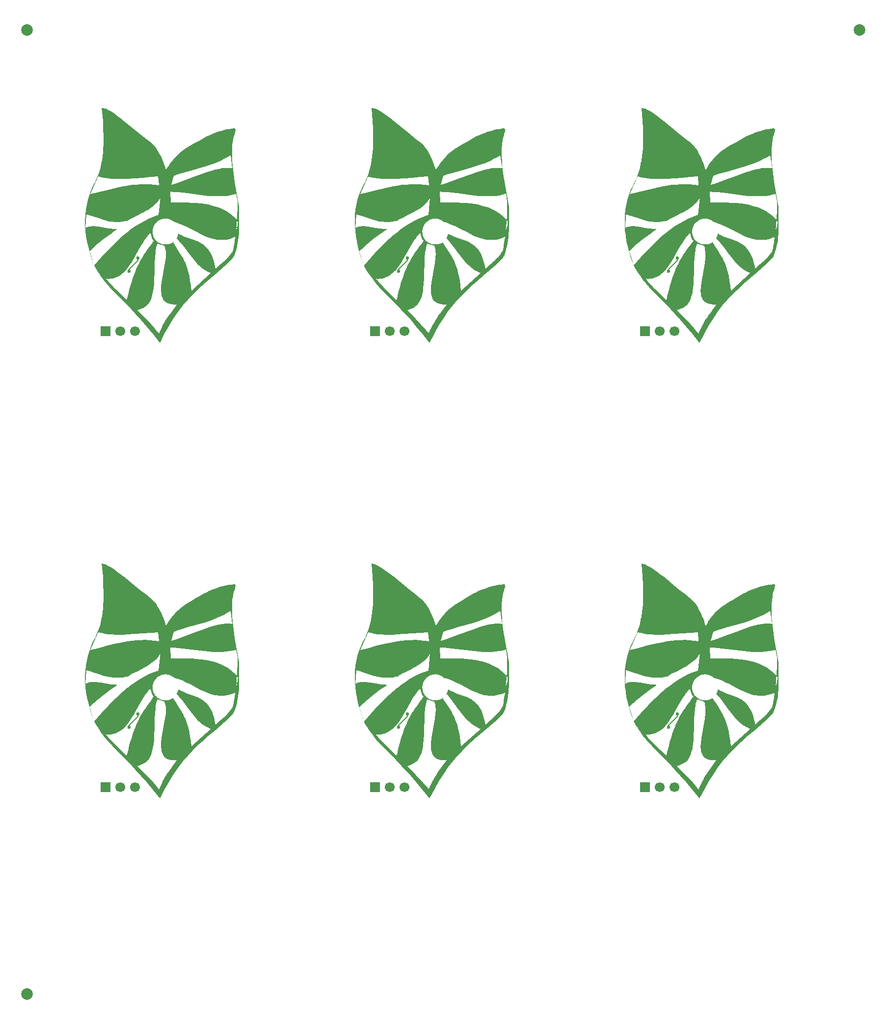
<source format=gbr>
%TF.GenerationSoftware,KiCad,Pcbnew,9.0.3*%
%TF.CreationDate,2025-07-23T15:56:11-05:00*%
%TF.ProjectId,panel,70616e65-6c2e-46b6-9963-61645f706362,rev?*%
%TF.SameCoordinates,Original*%
%TF.FileFunction,Copper,L1,Top*%
%TF.FilePolarity,Positive*%
%FSLAX46Y46*%
G04 Gerber Fmt 4.6, Leading zero omitted, Abs format (unit mm)*
G04 Created by KiCad (PCBNEW 9.0.3) date 2025-07-23 15:56:11*
%MOMM*%
%LPD*%
G01*
G04 APERTURE LIST*
%TA.AperFunction,NonConductor*%
%ADD10C,0.000000*%
%TD*%
%TA.AperFunction,SMDPad,CuDef*%
%ADD11C,2.000000*%
%TD*%
%TA.AperFunction,ComponentPad*%
%ADD12R,1.700000X1.700000*%
%TD*%
%TA.AperFunction,ComponentPad*%
%ADD13C,1.700000*%
%TD*%
%TA.AperFunction,ViaPad*%
%ADD14C,0.600000*%
%TD*%
%TA.AperFunction,Conductor*%
%ADD15C,0.200000*%
%TD*%
G04 APERTURE END LIST*
D10*
%TA.AperFunction,NonConductor*%
G36*
X136304887Y-35939903D02*
G01*
X136478060Y-35967645D01*
X136665304Y-36018407D01*
X136865891Y-36090999D01*
X137304182Y-36296909D01*
X137787112Y-36575849D01*
X138308857Y-36918292D01*
X138863594Y-37314714D01*
X139445499Y-37755587D01*
X140048751Y-38231387D01*
X142558748Y-40293331D01*
X143790420Y-41286187D01*
X144380043Y-41739746D01*
X144944426Y-42152024D01*
X145098122Y-42318031D01*
X145254100Y-42505368D01*
X145411598Y-42712726D01*
X145569851Y-42938794D01*
X145728095Y-43182260D01*
X145885566Y-43441815D01*
X146041501Y-43716149D01*
X146195135Y-44003949D01*
X146345704Y-44303906D01*
X146492445Y-44614710D01*
X146634593Y-44935050D01*
X146771385Y-45263614D01*
X146902056Y-45599093D01*
X147025843Y-45940176D01*
X147141982Y-46285553D01*
X147249709Y-46633912D01*
X147497813Y-46223780D01*
X147742364Y-45840727D01*
X147986241Y-45482154D01*
X148232317Y-45145460D01*
X148483472Y-44828044D01*
X148742579Y-44527307D01*
X149012517Y-44240649D01*
X149296161Y-43965468D01*
X149596388Y-43699166D01*
X149916075Y-43439141D01*
X150258097Y-43182794D01*
X150625332Y-42927524D01*
X151020655Y-42670731D01*
X151446944Y-42409815D01*
X151907074Y-42142175D01*
X152403922Y-41865212D01*
X152848629Y-41595220D01*
X153285715Y-41343442D01*
X153715634Y-41109427D01*
X154138838Y-40892724D01*
X154555779Y-40692880D01*
X154966911Y-40509446D01*
X155372685Y-40341969D01*
X155773556Y-40189999D01*
X156169976Y-40053082D01*
X156562397Y-39930769D01*
X156951273Y-39822608D01*
X157337056Y-39728147D01*
X157720198Y-39646935D01*
X158101153Y-39578521D01*
X158480374Y-39522453D01*
X158858313Y-39478280D01*
X158929939Y-39464573D01*
X158992145Y-39460509D01*
X159045395Y-39465616D01*
X159090151Y-39479419D01*
X159126877Y-39501443D01*
X159156035Y-39531216D01*
X159178089Y-39568263D01*
X159193501Y-39612109D01*
X159202735Y-39662282D01*
X159206253Y-39718306D01*
X159204518Y-39779708D01*
X159197994Y-39846014D01*
X159172427Y-39991442D01*
X159133257Y-40150797D01*
X159028922Y-40496119D01*
X158914616Y-40851643D01*
X158862983Y-41023750D01*
X158819969Y-41187032D01*
X158789277Y-41337695D01*
X158774611Y-41471948D01*
X158681910Y-42210086D01*
X158625014Y-42943455D01*
X158600796Y-43672472D01*
X158606127Y-44397553D01*
X158637877Y-45119114D01*
X158692919Y-45837571D01*
X158768123Y-46553342D01*
X158860362Y-47266843D01*
X159083425Y-48688698D01*
X159337081Y-50106470D01*
X159596299Y-51523488D01*
X159836051Y-52943086D01*
X159850443Y-55360051D01*
X159840932Y-56526740D01*
X159823487Y-57096999D01*
X159794340Y-57657531D01*
X159751057Y-58207582D01*
X159691208Y-58746398D01*
X159612358Y-59273228D01*
X159512077Y-59787317D01*
X159387932Y-60287912D01*
X159237491Y-60774261D01*
X159058321Y-61245609D01*
X158847991Y-61701203D01*
X158069916Y-62487029D01*
X157290100Y-63219508D01*
X155725207Y-64585463D01*
X154153229Y-65921145D01*
X153364557Y-66615782D01*
X152574083Y-67348630D01*
X151781796Y-68134948D01*
X150987687Y-68989995D01*
X150191744Y-69929032D01*
X149393958Y-70967317D01*
X148594318Y-72120111D01*
X147792814Y-73402672D01*
X146989436Y-74830261D01*
X146184172Y-76418137D01*
X144980418Y-74918756D01*
X143884684Y-73602660D01*
X142888234Y-72450200D01*
X141982329Y-71441724D01*
X141349929Y-70763245D01*
X142236861Y-70763245D01*
X143332443Y-71821001D01*
X143797035Y-72280769D01*
X144230631Y-72725608D01*
X144651585Y-73178874D01*
X145078250Y-73663926D01*
X145528982Y-74204121D01*
X146022132Y-74822816D01*
X146184310Y-74437976D01*
X146343640Y-74079689D01*
X146501578Y-73744311D01*
X146659584Y-73428200D01*
X146819113Y-73127711D01*
X146981623Y-72839202D01*
X147148572Y-72559030D01*
X147321416Y-72283551D01*
X147501615Y-72009123D01*
X147690624Y-71732102D01*
X148100905Y-71155708D01*
X149091323Y-69811509D01*
X148613873Y-69815830D01*
X148191875Y-69777752D01*
X147822435Y-69699444D01*
X147502660Y-69583076D01*
X147229658Y-69430816D01*
X147000537Y-69244836D01*
X146812404Y-69027304D01*
X146662367Y-68780389D01*
X146547533Y-68506263D01*
X146465009Y-68207093D01*
X146411904Y-67885050D01*
X146385324Y-67542303D01*
X146400172Y-66803375D01*
X146486413Y-66007667D01*
X147082502Y-62604154D01*
X147178607Y-61784888D01*
X147207265Y-61012981D01*
X147189070Y-60650210D01*
X147145336Y-60305787D01*
X147073170Y-59981882D01*
X146969679Y-59680665D01*
X145758383Y-59312213D01*
X145640513Y-59687845D01*
X145542331Y-60078453D01*
X145461919Y-60482423D01*
X145397359Y-60898142D01*
X145308121Y-61758381D01*
X145259269Y-62646272D01*
X145221337Y-64453421D01*
X145201562Y-65346885D01*
X145160785Y-66216412D01*
X145083660Y-67049106D01*
X145026670Y-67447610D01*
X144954838Y-67832068D01*
X144866246Y-68200870D01*
X144758974Y-68552403D01*
X144631105Y-68885054D01*
X144480720Y-69197211D01*
X144305900Y-69487263D01*
X144104728Y-69753597D01*
X143875285Y-69994601D01*
X143615653Y-70208663D01*
X143323912Y-70394170D01*
X142998146Y-70549511D01*
X142636435Y-70673074D01*
X142236861Y-70763245D01*
X141349929Y-70763245D01*
X141158232Y-70557581D01*
X140407207Y-69778122D01*
X139089419Y-68454648D01*
X137959067Y-67314095D01*
X137442336Y-66763286D01*
X136946252Y-66199256D01*
X136462077Y-65602352D01*
X136300876Y-65384705D01*
X136910857Y-65384705D01*
X137329436Y-65853219D01*
X137748038Y-66307121D01*
X138170342Y-66752202D01*
X138600029Y-67194257D01*
X139496269Y-68092453D01*
X140466200Y-69048051D01*
X140607637Y-68426997D01*
X140750206Y-67837122D01*
X140893819Y-67277252D01*
X141038393Y-66746212D01*
X141183839Y-66242826D01*
X141330072Y-65765919D01*
X141477007Y-65314317D01*
X141624556Y-64886845D01*
X141772634Y-64482327D01*
X141921155Y-64099589D01*
X142070033Y-63737456D01*
X142219181Y-63394752D01*
X142368514Y-63070303D01*
X142517945Y-62762934D01*
X142816758Y-62194735D01*
X143114931Y-61680756D01*
X143411776Y-61211596D01*
X143706604Y-60777857D01*
X143998726Y-60370137D01*
X144572097Y-59595159D01*
X144851969Y-59209100D01*
X145126380Y-58811463D01*
X145093459Y-58782663D01*
X145062107Y-58752293D01*
X145003846Y-58687111D01*
X144951064Y-58616452D01*
X144903226Y-58540848D01*
X144859799Y-58460833D01*
X144820251Y-58376941D01*
X144784047Y-58289703D01*
X144750655Y-58199654D01*
X144719541Y-58107328D01*
X144690171Y-58013256D01*
X144634533Y-57822011D01*
X144579474Y-57630187D01*
X144520728Y-57442048D01*
X144520728Y-57442033D01*
X144277574Y-57708817D01*
X144044381Y-57989469D01*
X143820187Y-58282484D01*
X143604031Y-58586353D01*
X143191983Y-59220632D01*
X142800546Y-59880250D01*
X142048733Y-61227294D01*
X141672973Y-61890612D01*
X141287053Y-62531056D01*
X140883281Y-63136573D01*
X140672297Y-63422466D01*
X140453965Y-63695107D01*
X140227324Y-63952990D01*
X139991412Y-64194607D01*
X139745268Y-64418452D01*
X139487929Y-64623019D01*
X139218436Y-64806799D01*
X138935825Y-64968288D01*
X138639136Y-65105977D01*
X138327407Y-65218361D01*
X137999676Y-65303932D01*
X137654981Y-65361185D01*
X137292362Y-65388611D01*
X136910857Y-65384705D01*
X136300876Y-65384705D01*
X135981074Y-64952924D01*
X135739032Y-64602373D01*
X135494506Y-64231322D01*
X135246405Y-63837314D01*
X134993636Y-63417893D01*
X134922628Y-63247569D01*
X134853079Y-63077348D01*
X136053093Y-61709669D01*
X137277290Y-60377670D01*
X137902992Y-59731747D01*
X138540181Y-59102777D01*
X139190671Y-58493440D01*
X139856274Y-57906413D01*
X140538806Y-57344374D01*
X140692071Y-57227586D01*
X144906249Y-57227586D01*
X144909165Y-57342407D01*
X144917794Y-57455720D01*
X144931994Y-57567386D01*
X144951627Y-57677265D01*
X144976551Y-57785215D01*
X145006626Y-57891097D01*
X145041713Y-57994771D01*
X145081672Y-58096097D01*
X145126361Y-58194934D01*
X145175641Y-58291142D01*
X145229372Y-58384581D01*
X145287414Y-58475111D01*
X145349626Y-58562592D01*
X145415868Y-58646884D01*
X145486001Y-58727846D01*
X145559884Y-58805339D01*
X145637376Y-58879221D01*
X145718338Y-58949354D01*
X145802630Y-59015596D01*
X145890111Y-59077808D01*
X145980641Y-59135850D01*
X146074081Y-59189581D01*
X146170289Y-59238861D01*
X146269126Y-59283550D01*
X146370452Y-59323508D01*
X146474126Y-59358595D01*
X146580009Y-59388671D01*
X146687959Y-59413594D01*
X146797838Y-59433226D01*
X146909505Y-59447426D01*
X147022819Y-59456054D01*
X147137641Y-59458970D01*
X147234170Y-59456882D01*
X147330201Y-59450649D01*
X147425610Y-59440314D01*
X147520272Y-59425923D01*
X147614061Y-59407520D01*
X147706854Y-59385150D01*
X147798525Y-59358857D01*
X147888951Y-59328687D01*
X147978006Y-59294682D01*
X148065566Y-59256889D01*
X148151505Y-59215352D01*
X148235700Y-59170115D01*
X148318026Y-59121224D01*
X148398358Y-59068722D01*
X148476572Y-59012654D01*
X148552542Y-58953065D01*
X148444533Y-59075013D01*
X148698711Y-59504334D01*
X148951182Y-59906118D01*
X149445823Y-60661263D01*
X149918105Y-61408833D01*
X150142626Y-61801147D01*
X150357676Y-62217210D01*
X150561960Y-62665570D01*
X150754184Y-63154776D01*
X150933055Y-63693374D01*
X151097278Y-64289914D01*
X151245560Y-64952942D01*
X151376606Y-65691007D01*
X151489123Y-66512657D01*
X151581816Y-67426438D01*
X154995628Y-64366402D01*
X154891662Y-64332134D01*
X154642803Y-64235098D01*
X154402246Y-64126470D01*
X154169556Y-64006791D01*
X153944295Y-63876602D01*
X153726028Y-63736443D01*
X153514318Y-63586855D01*
X153308729Y-63428379D01*
X152914168Y-63086923D01*
X152538857Y-62716401D01*
X152179303Y-62321136D01*
X151832017Y-61905455D01*
X151493508Y-61473683D01*
X151160286Y-61030142D01*
X150495743Y-60125060D01*
X149810465Y-59224808D01*
X149451325Y-58787305D01*
X149076529Y-58363984D01*
X149018126Y-58429582D01*
X149049337Y-58379291D01*
X149079169Y-58328253D01*
X149107609Y-58276499D01*
X149134647Y-58224055D01*
X149160272Y-58170952D01*
X149184474Y-58117218D01*
X149207240Y-58062883D01*
X149228561Y-58007975D01*
X149248425Y-57952524D01*
X149266821Y-57896559D01*
X149283738Y-57840108D01*
X149299165Y-57783201D01*
X149313091Y-57725867D01*
X149325506Y-57668134D01*
X149336397Y-57610033D01*
X149345755Y-57551591D01*
X149345763Y-57551606D01*
X149571882Y-57691583D01*
X149802250Y-57818802D01*
X150273400Y-58041462D01*
X150754552Y-58232579D01*
X151241046Y-58405147D01*
X152211414Y-58746614D01*
X152685967Y-58941501D01*
X153147216Y-59169816D01*
X153371396Y-59300569D01*
X153590503Y-59444552D01*
X153803953Y-59603389D01*
X154011164Y-59778704D01*
X154211554Y-59972121D01*
X154404540Y-60185265D01*
X154589540Y-60419759D01*
X154765970Y-60677229D01*
X154933248Y-60959299D01*
X155090792Y-61267592D01*
X155238018Y-61603732D01*
X155374345Y-61969345D01*
X155499190Y-62366055D01*
X155611969Y-62795485D01*
X155712101Y-63259260D01*
X155782068Y-63661619D01*
X156629718Y-62902594D01*
X157085082Y-62489325D01*
X157299248Y-62288659D01*
X157504394Y-62090167D01*
X157700515Y-61892495D01*
X157887604Y-61694291D01*
X158065656Y-61494200D01*
X158234664Y-61290869D01*
X158394622Y-61082945D01*
X158545524Y-60869074D01*
X158687364Y-60647902D01*
X158820136Y-60418076D01*
X159041566Y-58955518D01*
X159143126Y-58235501D01*
X159236647Y-57520585D01*
X159380771Y-56998675D01*
X159451177Y-56732303D01*
X159514600Y-56464585D01*
X159542315Y-56330753D01*
X159566630Y-56197223D01*
X159586995Y-56064206D01*
X159602858Y-55931915D01*
X159613668Y-55800562D01*
X159618873Y-55670361D01*
X159617923Y-55541523D01*
X159610266Y-55414262D01*
X159574485Y-55369804D01*
X159538487Y-55325833D01*
X159502205Y-55282280D01*
X159465575Y-55239076D01*
X159491662Y-54845551D01*
X159513076Y-54450922D01*
X159529599Y-54054893D01*
X159541011Y-53657168D01*
X159547094Y-53257453D01*
X159547628Y-52855452D01*
X159542394Y-52450870D01*
X159531172Y-52043412D01*
X159335566Y-50726199D01*
X158781818Y-50894939D01*
X158161072Y-51022632D01*
X157509655Y-51104572D01*
X156831291Y-51145985D01*
X156129703Y-51152099D01*
X155408614Y-51128140D01*
X154671748Y-51079336D01*
X153922826Y-51010915D01*
X150881059Y-50645595D01*
X149384651Y-50481136D01*
X148655597Y-50421752D01*
X147944274Y-50384568D01*
X148023375Y-52227876D01*
X149419210Y-52216925D01*
X150918197Y-52232967D01*
X151691791Y-52264185D01*
X152473678Y-52317840D01*
X153258025Y-52399164D01*
X154039000Y-52513385D01*
X154810771Y-52665733D01*
X155567506Y-52861439D01*
X156303374Y-53105733D01*
X156661659Y-53247734D01*
X157012541Y-53403844D01*
X157355290Y-53574715D01*
X157689177Y-53761002D01*
X158013473Y-53963359D01*
X158327449Y-54182438D01*
X158630376Y-54418894D01*
X158921526Y-54673381D01*
X159200168Y-54946551D01*
X159465575Y-55239060D01*
X159420166Y-55809544D01*
X159366343Y-56379336D01*
X159304904Y-56949372D01*
X159236647Y-57520585D01*
X159193040Y-57686931D01*
X159172641Y-57768889D01*
X159153386Y-57849969D01*
X159135430Y-57930119D01*
X159118930Y-58009288D01*
X159104041Y-58087424D01*
X159090918Y-58164475D01*
X158724889Y-58320214D01*
X158365035Y-58446863D01*
X158011018Y-58545816D01*
X157662499Y-58618464D01*
X157319139Y-58666199D01*
X156980599Y-58690413D01*
X156646541Y-58692500D01*
X156316627Y-58673850D01*
X155990516Y-58635856D01*
X155667871Y-58579911D01*
X155348352Y-58507406D01*
X155031622Y-58419734D01*
X154405170Y-58204456D01*
X153785804Y-57945214D01*
X153170816Y-57653147D01*
X152557494Y-57339391D01*
X151325010Y-56691363D01*
X150700428Y-56379366D01*
X150066673Y-56090231D01*
X149421034Y-55835094D01*
X149092912Y-55723755D01*
X148760802Y-55625092D01*
X148791800Y-55728959D01*
X148710419Y-55643762D01*
X148625089Y-55563364D01*
X148536029Y-55487862D01*
X148443455Y-55417352D01*
X148347585Y-55351930D01*
X148248636Y-55291692D01*
X148146826Y-55236736D01*
X148042371Y-55187158D01*
X147935491Y-55143053D01*
X147826401Y-55104518D01*
X147715319Y-55071650D01*
X147602463Y-55044545D01*
X147488049Y-55023299D01*
X147372296Y-55008010D01*
X147255421Y-54998772D01*
X147137641Y-54995683D01*
X147022801Y-54998599D01*
X146909470Y-55007230D01*
X146797787Y-55021434D01*
X146687893Y-55041072D01*
X146579928Y-55066004D01*
X146474031Y-55096088D01*
X146370344Y-55131186D01*
X146269006Y-55171155D01*
X146170158Y-55215858D01*
X146073939Y-55265152D01*
X145980491Y-55318898D01*
X145889953Y-55376956D01*
X145802465Y-55439185D01*
X145718168Y-55505446D01*
X145637202Y-55575597D01*
X145559706Y-55649499D01*
X145485822Y-55727011D01*
X145415690Y-55807994D01*
X145349449Y-55892306D01*
X145287240Y-55979809D01*
X145229202Y-56070360D01*
X145175478Y-56163821D01*
X145126205Y-56260051D01*
X145081526Y-56358910D01*
X145041579Y-56460257D01*
X145006505Y-56563953D01*
X144976445Y-56669856D01*
X144951538Y-56777827D01*
X144931924Y-56887726D01*
X144917745Y-56999412D01*
X144909140Y-57112746D01*
X144906249Y-57227586D01*
X140692071Y-57227586D01*
X141240078Y-56810002D01*
X141961906Y-56305974D01*
X142706102Y-55834969D01*
X143474481Y-55399664D01*
X144268856Y-55002738D01*
X145091040Y-54646868D01*
X145942847Y-54334733D01*
X146258589Y-51332856D01*
X146152558Y-51528848D01*
X146038090Y-51716402D01*
X145915577Y-51895909D01*
X145785411Y-52067762D01*
X145647982Y-52232351D01*
X145503683Y-52390069D01*
X145196041Y-52686457D01*
X144865616Y-52960060D01*
X144515541Y-53214011D01*
X144148950Y-53451444D01*
X143768975Y-53675492D01*
X143378748Y-53889289D01*
X142981403Y-54095969D01*
X142177889Y-54500511D01*
X141383495Y-54914185D01*
X140997549Y-55132281D01*
X140623282Y-55362061D01*
X140333635Y-55424673D01*
X140051826Y-55476083D01*
X139777506Y-55516791D01*
X139510327Y-55547294D01*
X139249939Y-55568091D01*
X138995994Y-55579681D01*
X138748144Y-55582561D01*
X138506039Y-55577231D01*
X138037671Y-55543933D01*
X137588101Y-55483773D01*
X137154540Y-55400738D01*
X136734198Y-55298818D01*
X136324286Y-55181998D01*
X135922013Y-55054266D01*
X135129230Y-54782018D01*
X134333532Y-54513972D01*
X133927616Y-54391494D01*
X133512602Y-54282029D01*
X133354987Y-56599717D01*
X133492065Y-56535946D01*
X133633317Y-56481591D01*
X133778544Y-56436157D01*
X133927549Y-56399154D01*
X134236103Y-56348463D01*
X134557400Y-56325573D01*
X134889862Y-56326540D01*
X135231909Y-56347421D01*
X135581962Y-56384269D01*
X135938442Y-56433143D01*
X137397053Y-56669993D01*
X137761983Y-56719824D01*
X138123866Y-56758014D01*
X138481123Y-56780618D01*
X138832175Y-56783692D01*
X138257954Y-57224031D01*
X137706480Y-57625454D01*
X136613970Y-58410539D01*
X136044031Y-58843695D01*
X135746818Y-59081254D01*
X135439035Y-59336924D01*
X135118873Y-59613798D01*
X134784528Y-59914971D01*
X134434193Y-60243536D01*
X134066062Y-60602586D01*
X134714087Y-62726487D01*
X134365368Y-61767886D01*
X134063832Y-60814462D01*
X133809899Y-59867362D01*
X133603986Y-58927737D01*
X133446511Y-57996735D01*
X133337894Y-57075505D01*
X133278551Y-56165196D01*
X133268902Y-55266957D01*
X133309365Y-54381937D01*
X133400358Y-53511285D01*
X133542299Y-52656150D01*
X133735607Y-51817681D01*
X133980699Y-50997027D01*
X134061395Y-50779420D01*
X134197325Y-50779420D01*
X135615725Y-50440760D01*
X137026437Y-50083606D01*
X138442301Y-49738787D01*
X139876156Y-49437131D01*
X140603843Y-49312124D01*
X141340843Y-49209468D01*
X142088760Y-49133019D01*
X142849200Y-49086628D01*
X143623768Y-49074151D01*
X144414068Y-49099440D01*
X145221705Y-49166350D01*
X146048285Y-49278733D01*
X146040095Y-49199616D01*
X148128226Y-49199616D01*
X148785808Y-49003790D01*
X149459029Y-48780233D01*
X150839283Y-48275497D01*
X152242779Y-47736548D01*
X153643310Y-47214530D01*
X154334273Y-46975851D01*
X155014667Y-46760583D01*
X155681216Y-46575118D01*
X156330643Y-46425850D01*
X156959673Y-46319170D01*
X157565030Y-46261471D01*
X157857807Y-46252987D01*
X158143437Y-46259147D01*
X158421511Y-46280747D01*
X158680810Y-46317075D01*
X158346236Y-44064050D01*
X158346205Y-44064004D01*
X157822698Y-44404097D01*
X157275886Y-44714229D01*
X156708181Y-44997498D01*
X156121994Y-45257004D01*
X155519733Y-45495846D01*
X154903812Y-45717123D01*
X153640627Y-46119383D01*
X151056387Y-46849498D01*
X149773904Y-47226944D01*
X149143508Y-47429611D01*
X148523558Y-47645707D01*
X148128226Y-49199616D01*
X146040095Y-49199616D01*
X145890158Y-47751176D01*
X144553630Y-47844124D01*
X143199969Y-47953092D01*
X141843857Y-48056792D01*
X140499977Y-48133935D01*
X139837211Y-48155895D01*
X139183009Y-48163233D01*
X138539205Y-48153287D01*
X137907635Y-48123398D01*
X137290134Y-48070903D01*
X136688537Y-47993141D01*
X136104679Y-47887453D01*
X135540396Y-47751176D01*
X134197325Y-50779420D01*
X134061395Y-50779420D01*
X134277994Y-50195337D01*
X134627911Y-49413759D01*
X135030867Y-48653443D01*
X135300083Y-48058590D01*
X135535749Y-47452561D01*
X135739695Y-46835965D01*
X135913751Y-46209411D01*
X136059748Y-45573507D01*
X136179515Y-44928864D01*
X136274884Y-44276090D01*
X136347684Y-43615794D01*
X136399745Y-42948585D01*
X136432899Y-42275073D01*
X136448975Y-41595866D01*
X136449803Y-40911573D01*
X136413039Y-39530167D01*
X136337248Y-38135728D01*
X136146567Y-35936379D01*
X136146514Y-35936372D01*
X136304887Y-35939903D01*
G37*
%TD.AperFunction*%
%TA.AperFunction,NonConductor*%
G36*
X182837213Y-35939903D02*
G01*
X183010386Y-35967645D01*
X183197630Y-36018407D01*
X183398217Y-36090999D01*
X183836508Y-36296909D01*
X184319438Y-36575849D01*
X184841183Y-36918292D01*
X185395920Y-37314714D01*
X185977825Y-37755587D01*
X186581077Y-38231387D01*
X189091074Y-40293331D01*
X190322746Y-41286187D01*
X190912369Y-41739746D01*
X191476752Y-42152024D01*
X191630448Y-42318031D01*
X191786426Y-42505368D01*
X191943924Y-42712726D01*
X192102177Y-42938794D01*
X192260421Y-43182260D01*
X192417892Y-43441815D01*
X192573827Y-43716149D01*
X192727461Y-44003949D01*
X192878030Y-44303906D01*
X193024771Y-44614710D01*
X193166919Y-44935050D01*
X193303711Y-45263614D01*
X193434382Y-45599093D01*
X193558169Y-45940176D01*
X193674308Y-46285553D01*
X193782035Y-46633912D01*
X194030139Y-46223780D01*
X194274690Y-45840727D01*
X194518567Y-45482154D01*
X194764643Y-45145460D01*
X195015798Y-44828044D01*
X195274905Y-44527307D01*
X195544843Y-44240649D01*
X195828487Y-43965468D01*
X196128714Y-43699166D01*
X196448401Y-43439141D01*
X196790423Y-43182794D01*
X197157658Y-42927524D01*
X197552981Y-42670731D01*
X197979270Y-42409815D01*
X198439400Y-42142175D01*
X198936248Y-41865212D01*
X199380955Y-41595220D01*
X199818041Y-41343442D01*
X200247960Y-41109427D01*
X200671164Y-40892724D01*
X201088105Y-40692880D01*
X201499237Y-40509446D01*
X201905011Y-40341969D01*
X202305882Y-40189999D01*
X202702302Y-40053082D01*
X203094723Y-39930769D01*
X203483599Y-39822608D01*
X203869382Y-39728147D01*
X204252524Y-39646935D01*
X204633479Y-39578521D01*
X205012700Y-39522453D01*
X205390639Y-39478280D01*
X205462265Y-39464573D01*
X205524471Y-39460509D01*
X205577721Y-39465616D01*
X205622477Y-39479419D01*
X205659203Y-39501443D01*
X205688361Y-39531216D01*
X205710415Y-39568263D01*
X205725827Y-39612109D01*
X205735061Y-39662282D01*
X205738579Y-39718306D01*
X205736844Y-39779708D01*
X205730320Y-39846014D01*
X205704753Y-39991442D01*
X205665583Y-40150797D01*
X205561248Y-40496119D01*
X205446942Y-40851643D01*
X205395309Y-41023750D01*
X205352295Y-41187032D01*
X205321603Y-41337695D01*
X205306937Y-41471948D01*
X205214236Y-42210086D01*
X205157340Y-42943455D01*
X205133122Y-43672472D01*
X205138453Y-44397553D01*
X205170203Y-45119114D01*
X205225245Y-45837571D01*
X205300449Y-46553342D01*
X205392688Y-47266843D01*
X205615751Y-48688698D01*
X205869407Y-50106470D01*
X206128625Y-51523488D01*
X206368377Y-52943086D01*
X206382769Y-55360051D01*
X206373258Y-56526740D01*
X206355813Y-57096999D01*
X206326666Y-57657531D01*
X206283383Y-58207582D01*
X206223534Y-58746398D01*
X206144684Y-59273228D01*
X206044403Y-59787317D01*
X205920258Y-60287912D01*
X205769817Y-60774261D01*
X205590647Y-61245609D01*
X205380317Y-61701203D01*
X204602242Y-62487029D01*
X203822426Y-63219508D01*
X202257533Y-64585463D01*
X200685555Y-65921145D01*
X199896883Y-66615782D01*
X199106409Y-67348630D01*
X198314122Y-68134948D01*
X197520013Y-68989995D01*
X196724070Y-69929032D01*
X195926284Y-70967317D01*
X195126644Y-72120111D01*
X194325140Y-73402672D01*
X193521762Y-74830261D01*
X192716498Y-76418137D01*
X191512744Y-74918756D01*
X190417010Y-73602660D01*
X189420560Y-72450200D01*
X188514655Y-71441724D01*
X187882255Y-70763245D01*
X188769187Y-70763245D01*
X189864769Y-71821001D01*
X190329361Y-72280769D01*
X190762957Y-72725608D01*
X191183911Y-73178874D01*
X191610576Y-73663926D01*
X192061308Y-74204121D01*
X192554458Y-74822816D01*
X192716636Y-74437976D01*
X192875966Y-74079689D01*
X193033904Y-73744311D01*
X193191910Y-73428200D01*
X193351439Y-73127711D01*
X193513949Y-72839202D01*
X193680898Y-72559030D01*
X193853742Y-72283551D01*
X194033941Y-72009123D01*
X194222950Y-71732102D01*
X194633231Y-71155708D01*
X195623649Y-69811509D01*
X195146199Y-69815830D01*
X194724201Y-69777752D01*
X194354761Y-69699444D01*
X194034986Y-69583076D01*
X193761984Y-69430816D01*
X193532863Y-69244836D01*
X193344730Y-69027304D01*
X193194693Y-68780389D01*
X193079859Y-68506263D01*
X192997335Y-68207093D01*
X192944230Y-67885050D01*
X192917650Y-67542303D01*
X192932498Y-66803375D01*
X193018739Y-66007667D01*
X193614828Y-62604154D01*
X193710933Y-61784888D01*
X193739591Y-61012981D01*
X193721396Y-60650210D01*
X193677662Y-60305787D01*
X193605496Y-59981882D01*
X193502005Y-59680665D01*
X192290709Y-59312213D01*
X192172839Y-59687845D01*
X192074657Y-60078453D01*
X191994245Y-60482423D01*
X191929685Y-60898142D01*
X191840447Y-61758381D01*
X191791595Y-62646272D01*
X191753663Y-64453421D01*
X191733888Y-65346885D01*
X191693111Y-66216412D01*
X191615986Y-67049106D01*
X191558996Y-67447610D01*
X191487164Y-67832068D01*
X191398572Y-68200870D01*
X191291300Y-68552403D01*
X191163431Y-68885054D01*
X191013046Y-69197211D01*
X190838226Y-69487263D01*
X190637054Y-69753597D01*
X190407611Y-69994601D01*
X190147979Y-70208663D01*
X189856238Y-70394170D01*
X189530472Y-70549511D01*
X189168761Y-70673074D01*
X188769187Y-70763245D01*
X187882255Y-70763245D01*
X187690558Y-70557581D01*
X186939533Y-69778122D01*
X185621745Y-68454648D01*
X184491393Y-67314095D01*
X183974662Y-66763286D01*
X183478578Y-66199256D01*
X182994403Y-65602352D01*
X182833202Y-65384705D01*
X183443183Y-65384705D01*
X183861762Y-65853219D01*
X184280364Y-66307121D01*
X184702668Y-66752202D01*
X185132355Y-67194257D01*
X186028595Y-68092453D01*
X186998526Y-69048051D01*
X187139963Y-68426997D01*
X187282532Y-67837122D01*
X187426145Y-67277252D01*
X187570719Y-66746212D01*
X187716165Y-66242826D01*
X187862398Y-65765919D01*
X188009333Y-65314317D01*
X188156882Y-64886845D01*
X188304960Y-64482327D01*
X188453481Y-64099589D01*
X188602359Y-63737456D01*
X188751507Y-63394752D01*
X188900840Y-63070303D01*
X189050271Y-62762934D01*
X189349084Y-62194735D01*
X189647257Y-61680756D01*
X189944102Y-61211596D01*
X190238930Y-60777857D01*
X190531052Y-60370137D01*
X191104423Y-59595159D01*
X191384295Y-59209100D01*
X191658706Y-58811463D01*
X191625785Y-58782663D01*
X191594433Y-58752293D01*
X191536172Y-58687111D01*
X191483390Y-58616452D01*
X191435552Y-58540848D01*
X191392125Y-58460833D01*
X191352577Y-58376941D01*
X191316373Y-58289703D01*
X191282981Y-58199654D01*
X191251867Y-58107328D01*
X191222497Y-58013256D01*
X191166859Y-57822011D01*
X191111800Y-57630187D01*
X191053054Y-57442048D01*
X191053054Y-57442033D01*
X190809900Y-57708817D01*
X190576707Y-57989469D01*
X190352513Y-58282484D01*
X190136357Y-58586353D01*
X189724309Y-59220632D01*
X189332872Y-59880250D01*
X188581059Y-61227294D01*
X188205299Y-61890612D01*
X187819379Y-62531056D01*
X187415607Y-63136573D01*
X187204623Y-63422466D01*
X186986291Y-63695107D01*
X186759650Y-63952990D01*
X186523738Y-64194607D01*
X186277594Y-64418452D01*
X186020255Y-64623019D01*
X185750762Y-64806799D01*
X185468151Y-64968288D01*
X185171462Y-65105977D01*
X184859733Y-65218361D01*
X184532002Y-65303932D01*
X184187307Y-65361185D01*
X183824688Y-65388611D01*
X183443183Y-65384705D01*
X182833202Y-65384705D01*
X182513400Y-64952924D01*
X182271358Y-64602373D01*
X182026832Y-64231322D01*
X181778731Y-63837314D01*
X181525962Y-63417893D01*
X181454954Y-63247569D01*
X181385405Y-63077348D01*
X182585419Y-61709669D01*
X183809616Y-60377670D01*
X184435318Y-59731747D01*
X185072507Y-59102777D01*
X185722997Y-58493440D01*
X186388600Y-57906413D01*
X187071132Y-57344374D01*
X187224397Y-57227586D01*
X191438575Y-57227586D01*
X191441491Y-57342407D01*
X191450120Y-57455720D01*
X191464320Y-57567386D01*
X191483953Y-57677265D01*
X191508877Y-57785215D01*
X191538952Y-57891097D01*
X191574039Y-57994771D01*
X191613998Y-58096097D01*
X191658687Y-58194934D01*
X191707967Y-58291142D01*
X191761698Y-58384581D01*
X191819740Y-58475111D01*
X191881952Y-58562592D01*
X191948194Y-58646884D01*
X192018327Y-58727846D01*
X192092210Y-58805339D01*
X192169702Y-58879221D01*
X192250664Y-58949354D01*
X192334956Y-59015596D01*
X192422437Y-59077808D01*
X192512967Y-59135850D01*
X192606407Y-59189581D01*
X192702615Y-59238861D01*
X192801452Y-59283550D01*
X192902778Y-59323508D01*
X193006452Y-59358595D01*
X193112335Y-59388671D01*
X193220285Y-59413594D01*
X193330164Y-59433226D01*
X193441831Y-59447426D01*
X193555145Y-59456054D01*
X193669967Y-59458970D01*
X193766496Y-59456882D01*
X193862527Y-59450649D01*
X193957936Y-59440314D01*
X194052598Y-59425923D01*
X194146387Y-59407520D01*
X194239180Y-59385150D01*
X194330851Y-59358857D01*
X194421277Y-59328687D01*
X194510332Y-59294682D01*
X194597892Y-59256889D01*
X194683831Y-59215352D01*
X194768026Y-59170115D01*
X194850352Y-59121224D01*
X194930684Y-59068722D01*
X195008898Y-59012654D01*
X195084868Y-58953065D01*
X194976859Y-59075013D01*
X195231037Y-59504334D01*
X195483508Y-59906118D01*
X195978149Y-60661263D01*
X196450431Y-61408833D01*
X196674952Y-61801147D01*
X196890002Y-62217210D01*
X197094286Y-62665570D01*
X197286510Y-63154776D01*
X197465381Y-63693374D01*
X197629604Y-64289914D01*
X197777886Y-64952942D01*
X197908932Y-65691007D01*
X198021449Y-66512657D01*
X198114142Y-67426438D01*
X201527954Y-64366402D01*
X201423988Y-64332134D01*
X201175129Y-64235098D01*
X200934572Y-64126470D01*
X200701882Y-64006791D01*
X200476621Y-63876602D01*
X200258354Y-63736443D01*
X200046644Y-63586855D01*
X199841055Y-63428379D01*
X199446494Y-63086923D01*
X199071183Y-62716401D01*
X198711629Y-62321136D01*
X198364343Y-61905455D01*
X198025834Y-61473683D01*
X197692612Y-61030142D01*
X197028069Y-60125060D01*
X196342791Y-59224808D01*
X195983651Y-58787305D01*
X195608855Y-58363984D01*
X195550452Y-58429582D01*
X195581663Y-58379291D01*
X195611495Y-58328253D01*
X195639935Y-58276499D01*
X195666973Y-58224055D01*
X195692598Y-58170952D01*
X195716800Y-58117218D01*
X195739566Y-58062883D01*
X195760887Y-58007975D01*
X195780751Y-57952524D01*
X195799147Y-57896559D01*
X195816064Y-57840108D01*
X195831491Y-57783201D01*
X195845417Y-57725867D01*
X195857832Y-57668134D01*
X195868723Y-57610033D01*
X195878081Y-57551591D01*
X195878089Y-57551606D01*
X196104208Y-57691583D01*
X196334576Y-57818802D01*
X196805726Y-58041462D01*
X197286878Y-58232579D01*
X197773372Y-58405147D01*
X198743740Y-58746614D01*
X199218293Y-58941501D01*
X199679542Y-59169816D01*
X199903722Y-59300569D01*
X200122829Y-59444552D01*
X200336279Y-59603389D01*
X200543490Y-59778704D01*
X200743880Y-59972121D01*
X200936866Y-60185265D01*
X201121866Y-60419759D01*
X201298296Y-60677229D01*
X201465574Y-60959299D01*
X201623118Y-61267592D01*
X201770344Y-61603732D01*
X201906671Y-61969345D01*
X202031516Y-62366055D01*
X202144295Y-62795485D01*
X202244427Y-63259260D01*
X202314394Y-63661619D01*
X203162044Y-62902594D01*
X203617408Y-62489325D01*
X203831574Y-62288659D01*
X204036720Y-62090167D01*
X204232841Y-61892495D01*
X204419930Y-61694291D01*
X204597982Y-61494200D01*
X204766990Y-61290869D01*
X204926948Y-61082945D01*
X205077850Y-60869074D01*
X205219690Y-60647902D01*
X205352462Y-60418076D01*
X205573892Y-58955518D01*
X205675452Y-58235501D01*
X205768973Y-57520585D01*
X205913097Y-56998675D01*
X205983503Y-56732303D01*
X206046926Y-56464585D01*
X206074641Y-56330753D01*
X206098956Y-56197223D01*
X206119321Y-56064206D01*
X206135184Y-55931915D01*
X206145994Y-55800562D01*
X206151199Y-55670361D01*
X206150249Y-55541523D01*
X206142592Y-55414262D01*
X206106811Y-55369804D01*
X206070813Y-55325833D01*
X206034531Y-55282280D01*
X205997901Y-55239076D01*
X206023988Y-54845551D01*
X206045402Y-54450922D01*
X206061925Y-54054893D01*
X206073337Y-53657168D01*
X206079420Y-53257453D01*
X206079954Y-52855452D01*
X206074720Y-52450870D01*
X206063498Y-52043412D01*
X205867892Y-50726199D01*
X205314144Y-50894939D01*
X204693398Y-51022632D01*
X204041981Y-51104572D01*
X203363617Y-51145985D01*
X202662029Y-51152099D01*
X201940940Y-51128140D01*
X201204074Y-51079336D01*
X200455152Y-51010915D01*
X197413385Y-50645595D01*
X195916977Y-50481136D01*
X195187923Y-50421752D01*
X194476600Y-50384568D01*
X194555701Y-52227876D01*
X195951536Y-52216925D01*
X197450523Y-52232967D01*
X198224117Y-52264185D01*
X199006004Y-52317840D01*
X199790351Y-52399164D01*
X200571326Y-52513385D01*
X201343097Y-52665733D01*
X202099832Y-52861439D01*
X202835700Y-53105733D01*
X203193985Y-53247734D01*
X203544867Y-53403844D01*
X203887616Y-53574715D01*
X204221503Y-53761002D01*
X204545799Y-53963359D01*
X204859775Y-54182438D01*
X205162702Y-54418894D01*
X205453852Y-54673381D01*
X205732494Y-54946551D01*
X205997901Y-55239060D01*
X205952492Y-55809544D01*
X205898669Y-56379336D01*
X205837230Y-56949372D01*
X205768973Y-57520585D01*
X205725366Y-57686931D01*
X205704967Y-57768889D01*
X205685712Y-57849969D01*
X205667756Y-57930119D01*
X205651256Y-58009288D01*
X205636367Y-58087424D01*
X205623244Y-58164475D01*
X205257215Y-58320214D01*
X204897361Y-58446863D01*
X204543344Y-58545816D01*
X204194825Y-58618464D01*
X203851465Y-58666199D01*
X203512925Y-58690413D01*
X203178867Y-58692500D01*
X202848953Y-58673850D01*
X202522842Y-58635856D01*
X202200197Y-58579911D01*
X201880678Y-58507406D01*
X201563948Y-58419734D01*
X200937496Y-58204456D01*
X200318130Y-57945214D01*
X199703142Y-57653147D01*
X199089820Y-57339391D01*
X197857336Y-56691363D01*
X197232754Y-56379366D01*
X196598999Y-56090231D01*
X195953360Y-55835094D01*
X195625238Y-55723755D01*
X195293128Y-55625092D01*
X195324126Y-55728959D01*
X195242745Y-55643762D01*
X195157415Y-55563364D01*
X195068355Y-55487862D01*
X194975781Y-55417352D01*
X194879911Y-55351930D01*
X194780962Y-55291692D01*
X194679152Y-55236736D01*
X194574697Y-55187158D01*
X194467817Y-55143053D01*
X194358727Y-55104518D01*
X194247645Y-55071650D01*
X194134789Y-55044545D01*
X194020375Y-55023299D01*
X193904622Y-55008010D01*
X193787747Y-54998772D01*
X193669967Y-54995683D01*
X193555127Y-54998599D01*
X193441796Y-55007230D01*
X193330113Y-55021434D01*
X193220219Y-55041072D01*
X193112254Y-55066004D01*
X193006357Y-55096088D01*
X192902670Y-55131186D01*
X192801332Y-55171155D01*
X192702484Y-55215858D01*
X192606265Y-55265152D01*
X192512817Y-55318898D01*
X192422279Y-55376956D01*
X192334791Y-55439185D01*
X192250494Y-55505446D01*
X192169528Y-55575597D01*
X192092032Y-55649499D01*
X192018148Y-55727011D01*
X191948016Y-55807994D01*
X191881775Y-55892306D01*
X191819566Y-55979809D01*
X191761528Y-56070360D01*
X191707804Y-56163821D01*
X191658531Y-56260051D01*
X191613852Y-56358910D01*
X191573905Y-56460257D01*
X191538831Y-56563953D01*
X191508771Y-56669856D01*
X191483864Y-56777827D01*
X191464250Y-56887726D01*
X191450071Y-56999412D01*
X191441466Y-57112746D01*
X191438575Y-57227586D01*
X187224397Y-57227586D01*
X187772404Y-56810002D01*
X188494232Y-56305974D01*
X189238428Y-55834969D01*
X190006807Y-55399664D01*
X190801182Y-55002738D01*
X191623366Y-54646868D01*
X192475173Y-54334733D01*
X192790915Y-51332856D01*
X192684884Y-51528848D01*
X192570416Y-51716402D01*
X192447903Y-51895909D01*
X192317737Y-52067762D01*
X192180308Y-52232351D01*
X192036009Y-52390069D01*
X191728367Y-52686457D01*
X191397942Y-52960060D01*
X191047867Y-53214011D01*
X190681276Y-53451444D01*
X190301301Y-53675492D01*
X189911074Y-53889289D01*
X189513729Y-54095969D01*
X188710215Y-54500511D01*
X187915821Y-54914185D01*
X187529875Y-55132281D01*
X187155608Y-55362061D01*
X186865961Y-55424673D01*
X186584152Y-55476083D01*
X186309832Y-55516791D01*
X186042653Y-55547294D01*
X185782265Y-55568091D01*
X185528320Y-55579681D01*
X185280470Y-55582561D01*
X185038365Y-55577231D01*
X184569997Y-55543933D01*
X184120427Y-55483773D01*
X183686866Y-55400738D01*
X183266524Y-55298818D01*
X182856612Y-55181998D01*
X182454339Y-55054266D01*
X181661556Y-54782018D01*
X180865858Y-54513972D01*
X180459942Y-54391494D01*
X180044928Y-54282029D01*
X179887313Y-56599717D01*
X180024391Y-56535946D01*
X180165643Y-56481591D01*
X180310870Y-56436157D01*
X180459875Y-56399154D01*
X180768429Y-56348463D01*
X181089726Y-56325573D01*
X181422188Y-56326540D01*
X181764235Y-56347421D01*
X182114288Y-56384269D01*
X182470768Y-56433143D01*
X183929379Y-56669993D01*
X184294309Y-56719824D01*
X184656192Y-56758014D01*
X185013449Y-56780618D01*
X185364501Y-56783692D01*
X184790280Y-57224031D01*
X184238806Y-57625454D01*
X183146296Y-58410539D01*
X182576357Y-58843695D01*
X182279144Y-59081254D01*
X181971361Y-59336924D01*
X181651199Y-59613798D01*
X181316854Y-59914971D01*
X180966519Y-60243536D01*
X180598388Y-60602586D01*
X181246413Y-62726487D01*
X180897694Y-61767886D01*
X180596158Y-60814462D01*
X180342225Y-59867362D01*
X180136312Y-58927737D01*
X179978837Y-57996735D01*
X179870220Y-57075505D01*
X179810877Y-56165196D01*
X179801228Y-55266957D01*
X179841691Y-54381937D01*
X179932684Y-53511285D01*
X180074625Y-52656150D01*
X180267933Y-51817681D01*
X180513025Y-50997027D01*
X180593721Y-50779420D01*
X180729651Y-50779420D01*
X182148051Y-50440760D01*
X183558763Y-50083606D01*
X184974627Y-49738787D01*
X186408482Y-49437131D01*
X187136169Y-49312124D01*
X187873169Y-49209468D01*
X188621086Y-49133019D01*
X189381526Y-49086628D01*
X190156094Y-49074151D01*
X190946394Y-49099440D01*
X191754031Y-49166350D01*
X192580611Y-49278733D01*
X192572421Y-49199616D01*
X194660552Y-49199616D01*
X195318134Y-49003790D01*
X195991355Y-48780233D01*
X197371609Y-48275497D01*
X198775105Y-47736548D01*
X200175636Y-47214530D01*
X200866599Y-46975851D01*
X201546993Y-46760583D01*
X202213542Y-46575118D01*
X202862969Y-46425850D01*
X203491999Y-46319170D01*
X204097356Y-46261471D01*
X204390133Y-46252987D01*
X204675763Y-46259147D01*
X204953837Y-46280747D01*
X205213136Y-46317075D01*
X204878562Y-44064050D01*
X204878531Y-44064004D01*
X204355024Y-44404097D01*
X203808212Y-44714229D01*
X203240507Y-44997498D01*
X202654320Y-45257004D01*
X202052059Y-45495846D01*
X201436138Y-45717123D01*
X200172953Y-46119383D01*
X197588713Y-46849498D01*
X196306230Y-47226944D01*
X195675834Y-47429611D01*
X195055884Y-47645707D01*
X194660552Y-49199616D01*
X192572421Y-49199616D01*
X192422484Y-47751176D01*
X191085956Y-47844124D01*
X189732295Y-47953092D01*
X188376183Y-48056792D01*
X187032303Y-48133935D01*
X186369537Y-48155895D01*
X185715335Y-48163233D01*
X185071531Y-48153287D01*
X184439961Y-48123398D01*
X183822460Y-48070903D01*
X183220863Y-47993141D01*
X182637005Y-47887453D01*
X182072722Y-47751176D01*
X180729651Y-50779420D01*
X180593721Y-50779420D01*
X180810320Y-50195337D01*
X181160237Y-49413759D01*
X181563193Y-48653443D01*
X181832409Y-48058590D01*
X182068075Y-47452561D01*
X182272021Y-46835965D01*
X182446077Y-46209411D01*
X182592074Y-45573507D01*
X182711841Y-44928864D01*
X182807210Y-44276090D01*
X182880010Y-43615794D01*
X182932071Y-42948585D01*
X182965225Y-42275073D01*
X182981301Y-41595866D01*
X182982129Y-40911573D01*
X182945365Y-39530167D01*
X182869574Y-38135728D01*
X182678893Y-35936379D01*
X182678840Y-35936372D01*
X182837213Y-35939903D01*
G37*
%TD.AperFunction*%
%TA.AperFunction,NonConductor*%
G36*
X136304887Y-114480334D02*
G01*
X136478060Y-114508076D01*
X136665304Y-114558838D01*
X136865891Y-114631430D01*
X137304182Y-114837340D01*
X137787112Y-115116280D01*
X138308857Y-115458723D01*
X138863594Y-115855145D01*
X139445499Y-116296018D01*
X140048751Y-116771818D01*
X142558748Y-118833762D01*
X143790420Y-119826618D01*
X144380043Y-120280177D01*
X144944426Y-120692455D01*
X145098122Y-120858462D01*
X145254100Y-121045799D01*
X145411598Y-121253157D01*
X145569851Y-121479225D01*
X145728095Y-121722691D01*
X145885566Y-121982246D01*
X146041501Y-122256580D01*
X146195135Y-122544380D01*
X146345704Y-122844337D01*
X146492445Y-123155141D01*
X146634593Y-123475481D01*
X146771385Y-123804045D01*
X146902056Y-124139524D01*
X147025843Y-124480607D01*
X147141982Y-124825984D01*
X147249709Y-125174343D01*
X147497813Y-124764211D01*
X147742364Y-124381158D01*
X147986241Y-124022585D01*
X148232317Y-123685891D01*
X148483472Y-123368475D01*
X148742579Y-123067738D01*
X149012517Y-122781080D01*
X149296161Y-122505899D01*
X149596388Y-122239597D01*
X149916075Y-121979572D01*
X150258097Y-121723225D01*
X150625332Y-121467955D01*
X151020655Y-121211162D01*
X151446944Y-120950246D01*
X151907074Y-120682606D01*
X152403922Y-120405643D01*
X152848629Y-120135651D01*
X153285715Y-119883873D01*
X153715634Y-119649858D01*
X154138838Y-119433155D01*
X154555779Y-119233311D01*
X154966911Y-119049877D01*
X155372685Y-118882400D01*
X155773556Y-118730430D01*
X156169976Y-118593513D01*
X156562397Y-118471200D01*
X156951273Y-118363039D01*
X157337056Y-118268578D01*
X157720198Y-118187366D01*
X158101153Y-118118952D01*
X158480374Y-118062884D01*
X158858313Y-118018711D01*
X158929939Y-118005004D01*
X158992145Y-118000940D01*
X159045395Y-118006047D01*
X159090151Y-118019850D01*
X159126877Y-118041874D01*
X159156035Y-118071647D01*
X159178089Y-118108694D01*
X159193501Y-118152540D01*
X159202735Y-118202713D01*
X159206253Y-118258737D01*
X159204518Y-118320139D01*
X159197994Y-118386445D01*
X159172427Y-118531873D01*
X159133257Y-118691228D01*
X159028922Y-119036550D01*
X158914616Y-119392074D01*
X158862983Y-119564181D01*
X158819969Y-119727463D01*
X158789277Y-119878126D01*
X158774611Y-120012379D01*
X158681910Y-120750517D01*
X158625014Y-121483886D01*
X158600796Y-122212903D01*
X158606127Y-122937984D01*
X158637877Y-123659545D01*
X158692919Y-124378002D01*
X158768123Y-125093773D01*
X158860362Y-125807274D01*
X159083425Y-127229129D01*
X159337081Y-128646901D01*
X159596299Y-130063919D01*
X159836051Y-131483517D01*
X159850443Y-133900482D01*
X159840932Y-135067171D01*
X159823487Y-135637430D01*
X159794340Y-136197962D01*
X159751057Y-136748013D01*
X159691208Y-137286829D01*
X159612358Y-137813659D01*
X159512077Y-138327748D01*
X159387932Y-138828343D01*
X159237491Y-139314692D01*
X159058321Y-139786040D01*
X158847991Y-140241634D01*
X158069916Y-141027460D01*
X157290100Y-141759939D01*
X155725207Y-143125894D01*
X154153229Y-144461576D01*
X153364557Y-145156213D01*
X152574083Y-145889061D01*
X151781796Y-146675379D01*
X150987687Y-147530426D01*
X150191744Y-148469463D01*
X149393958Y-149507748D01*
X148594318Y-150660542D01*
X147792814Y-151943103D01*
X146989436Y-153370692D01*
X146184172Y-154958568D01*
X144980418Y-153459187D01*
X143884684Y-152143091D01*
X142888234Y-150990631D01*
X141982329Y-149982155D01*
X141349929Y-149303676D01*
X142236861Y-149303676D01*
X143332443Y-150361432D01*
X143797035Y-150821200D01*
X144230631Y-151266039D01*
X144651585Y-151719305D01*
X145078250Y-152204357D01*
X145528982Y-152744552D01*
X146022132Y-153363247D01*
X146184310Y-152978407D01*
X146343640Y-152620120D01*
X146501578Y-152284742D01*
X146659584Y-151968631D01*
X146819113Y-151668142D01*
X146981623Y-151379633D01*
X147148572Y-151099461D01*
X147321416Y-150823982D01*
X147501615Y-150549554D01*
X147690624Y-150272533D01*
X148100905Y-149696139D01*
X149091323Y-148351940D01*
X148613873Y-148356261D01*
X148191875Y-148318183D01*
X147822435Y-148239875D01*
X147502660Y-148123507D01*
X147229658Y-147971247D01*
X147000537Y-147785267D01*
X146812404Y-147567735D01*
X146662367Y-147320820D01*
X146547533Y-147046694D01*
X146465009Y-146747524D01*
X146411904Y-146425481D01*
X146385324Y-146082734D01*
X146400172Y-145343806D01*
X146486413Y-144548098D01*
X147082502Y-141144585D01*
X147178607Y-140325319D01*
X147207265Y-139553412D01*
X147189070Y-139190641D01*
X147145336Y-138846218D01*
X147073170Y-138522313D01*
X146969679Y-138221096D01*
X145758383Y-137852644D01*
X145640513Y-138228276D01*
X145542331Y-138618884D01*
X145461919Y-139022854D01*
X145397359Y-139438573D01*
X145308121Y-140298812D01*
X145259269Y-141186703D01*
X145221337Y-142993852D01*
X145201562Y-143887316D01*
X145160785Y-144756843D01*
X145083660Y-145589537D01*
X145026670Y-145988041D01*
X144954838Y-146372499D01*
X144866246Y-146741301D01*
X144758974Y-147092834D01*
X144631105Y-147425485D01*
X144480720Y-147737642D01*
X144305900Y-148027694D01*
X144104728Y-148294028D01*
X143875285Y-148535032D01*
X143615653Y-148749094D01*
X143323912Y-148934601D01*
X142998146Y-149089942D01*
X142636435Y-149213505D01*
X142236861Y-149303676D01*
X141349929Y-149303676D01*
X141158232Y-149098012D01*
X140407207Y-148318553D01*
X139089419Y-146995079D01*
X137959067Y-145854526D01*
X137442336Y-145303717D01*
X136946252Y-144739687D01*
X136462077Y-144142783D01*
X136300876Y-143925136D01*
X136910857Y-143925136D01*
X137329436Y-144393650D01*
X137748038Y-144847552D01*
X138170342Y-145292633D01*
X138600029Y-145734688D01*
X139496269Y-146632884D01*
X140466200Y-147588482D01*
X140607637Y-146967428D01*
X140750206Y-146377553D01*
X140893819Y-145817683D01*
X141038393Y-145286643D01*
X141183839Y-144783257D01*
X141330072Y-144306350D01*
X141477007Y-143854748D01*
X141624556Y-143427276D01*
X141772634Y-143022758D01*
X141921155Y-142640020D01*
X142070033Y-142277887D01*
X142219181Y-141935183D01*
X142368514Y-141610734D01*
X142517945Y-141303365D01*
X142816758Y-140735166D01*
X143114931Y-140221187D01*
X143411776Y-139752027D01*
X143706604Y-139318288D01*
X143998726Y-138910568D01*
X144572097Y-138135590D01*
X144851969Y-137749531D01*
X145126380Y-137351894D01*
X145093459Y-137323094D01*
X145062107Y-137292724D01*
X145003846Y-137227542D01*
X144951064Y-137156883D01*
X144903226Y-137081279D01*
X144859799Y-137001264D01*
X144820251Y-136917372D01*
X144784047Y-136830134D01*
X144750655Y-136740085D01*
X144719541Y-136647759D01*
X144690171Y-136553687D01*
X144634533Y-136362442D01*
X144579474Y-136170618D01*
X144520728Y-135982479D01*
X144520728Y-135982464D01*
X144277574Y-136249248D01*
X144044381Y-136529900D01*
X143820187Y-136822915D01*
X143604031Y-137126784D01*
X143191983Y-137761063D01*
X142800546Y-138420681D01*
X142048733Y-139767725D01*
X141672973Y-140431043D01*
X141287053Y-141071487D01*
X140883281Y-141677004D01*
X140672297Y-141962897D01*
X140453965Y-142235538D01*
X140227324Y-142493421D01*
X139991412Y-142735038D01*
X139745268Y-142958883D01*
X139487929Y-143163450D01*
X139218436Y-143347230D01*
X138935825Y-143508719D01*
X138639136Y-143646408D01*
X138327407Y-143758792D01*
X137999676Y-143844363D01*
X137654981Y-143901616D01*
X137292362Y-143929042D01*
X136910857Y-143925136D01*
X136300876Y-143925136D01*
X135981074Y-143493355D01*
X135739032Y-143142804D01*
X135494506Y-142771753D01*
X135246405Y-142377745D01*
X134993636Y-141958324D01*
X134922628Y-141788000D01*
X134853079Y-141617779D01*
X136053093Y-140250100D01*
X137277290Y-138918101D01*
X137902992Y-138272178D01*
X138540181Y-137643208D01*
X139190671Y-137033871D01*
X139856274Y-136446844D01*
X140538806Y-135884805D01*
X140692071Y-135768017D01*
X144906249Y-135768017D01*
X144909165Y-135882838D01*
X144917794Y-135996151D01*
X144931994Y-136107817D01*
X144951627Y-136217696D01*
X144976551Y-136325646D01*
X145006626Y-136431528D01*
X145041713Y-136535202D01*
X145081672Y-136636528D01*
X145126361Y-136735365D01*
X145175641Y-136831573D01*
X145229372Y-136925012D01*
X145287414Y-137015542D01*
X145349626Y-137103023D01*
X145415868Y-137187315D01*
X145486001Y-137268277D01*
X145559884Y-137345770D01*
X145637376Y-137419652D01*
X145718338Y-137489785D01*
X145802630Y-137556027D01*
X145890111Y-137618239D01*
X145980641Y-137676281D01*
X146074081Y-137730012D01*
X146170289Y-137779292D01*
X146269126Y-137823981D01*
X146370452Y-137863939D01*
X146474126Y-137899026D01*
X146580009Y-137929102D01*
X146687959Y-137954025D01*
X146797838Y-137973657D01*
X146909505Y-137987857D01*
X147022819Y-137996485D01*
X147137641Y-137999401D01*
X147234170Y-137997313D01*
X147330201Y-137991080D01*
X147425610Y-137980745D01*
X147520272Y-137966354D01*
X147614061Y-137947951D01*
X147706854Y-137925581D01*
X147798525Y-137899288D01*
X147888951Y-137869118D01*
X147978006Y-137835113D01*
X148065566Y-137797320D01*
X148151505Y-137755783D01*
X148235700Y-137710546D01*
X148318026Y-137661655D01*
X148398358Y-137609153D01*
X148476572Y-137553085D01*
X148552542Y-137493496D01*
X148444533Y-137615444D01*
X148698711Y-138044765D01*
X148951182Y-138446549D01*
X149445823Y-139201694D01*
X149918105Y-139949264D01*
X150142626Y-140341578D01*
X150357676Y-140757641D01*
X150561960Y-141206001D01*
X150754184Y-141695207D01*
X150933055Y-142233805D01*
X151097278Y-142830345D01*
X151245560Y-143493373D01*
X151376606Y-144231438D01*
X151489123Y-145053088D01*
X151581816Y-145966869D01*
X154995628Y-142906833D01*
X154891662Y-142872565D01*
X154642803Y-142775529D01*
X154402246Y-142666901D01*
X154169556Y-142547222D01*
X153944295Y-142417033D01*
X153726028Y-142276874D01*
X153514318Y-142127286D01*
X153308729Y-141968810D01*
X152914168Y-141627354D01*
X152538857Y-141256832D01*
X152179303Y-140861567D01*
X151832017Y-140445886D01*
X151493508Y-140014114D01*
X151160286Y-139570573D01*
X150495743Y-138665491D01*
X149810465Y-137765239D01*
X149451325Y-137327736D01*
X149076529Y-136904415D01*
X149018126Y-136970013D01*
X149049337Y-136919722D01*
X149079169Y-136868684D01*
X149107609Y-136816930D01*
X149134647Y-136764486D01*
X149160272Y-136711383D01*
X149184474Y-136657649D01*
X149207240Y-136603314D01*
X149228561Y-136548406D01*
X149248425Y-136492955D01*
X149266821Y-136436990D01*
X149283738Y-136380539D01*
X149299165Y-136323632D01*
X149313091Y-136266298D01*
X149325506Y-136208565D01*
X149336397Y-136150464D01*
X149345755Y-136092022D01*
X149345763Y-136092037D01*
X149571882Y-136232014D01*
X149802250Y-136359233D01*
X150273400Y-136581893D01*
X150754552Y-136773010D01*
X151241046Y-136945578D01*
X152211414Y-137287045D01*
X152685967Y-137481932D01*
X153147216Y-137710247D01*
X153371396Y-137841000D01*
X153590503Y-137984983D01*
X153803953Y-138143820D01*
X154011164Y-138319135D01*
X154211554Y-138512552D01*
X154404540Y-138725696D01*
X154589540Y-138960190D01*
X154765970Y-139217660D01*
X154933248Y-139499730D01*
X155090792Y-139808023D01*
X155238018Y-140144163D01*
X155374345Y-140509776D01*
X155499190Y-140906486D01*
X155611969Y-141335916D01*
X155712101Y-141799691D01*
X155782068Y-142202050D01*
X156629718Y-141443025D01*
X157085082Y-141029756D01*
X157299248Y-140829090D01*
X157504394Y-140630598D01*
X157700515Y-140432926D01*
X157887604Y-140234722D01*
X158065656Y-140034631D01*
X158234664Y-139831300D01*
X158394622Y-139623376D01*
X158545524Y-139409505D01*
X158687364Y-139188333D01*
X158820136Y-138958507D01*
X159041566Y-137495949D01*
X159143126Y-136775932D01*
X159236647Y-136061016D01*
X159380771Y-135539106D01*
X159451177Y-135272734D01*
X159514600Y-135005016D01*
X159542315Y-134871184D01*
X159566630Y-134737654D01*
X159586995Y-134604637D01*
X159602858Y-134472346D01*
X159613668Y-134340993D01*
X159618873Y-134210792D01*
X159617923Y-134081954D01*
X159610266Y-133954693D01*
X159574485Y-133910235D01*
X159538487Y-133866264D01*
X159502205Y-133822711D01*
X159465575Y-133779507D01*
X159491662Y-133385982D01*
X159513076Y-132991353D01*
X159529599Y-132595324D01*
X159541011Y-132197599D01*
X159547094Y-131797884D01*
X159547628Y-131395883D01*
X159542394Y-130991301D01*
X159531172Y-130583843D01*
X159335566Y-129266630D01*
X158781818Y-129435370D01*
X158161072Y-129563063D01*
X157509655Y-129645003D01*
X156831291Y-129686416D01*
X156129703Y-129692530D01*
X155408614Y-129668571D01*
X154671748Y-129619767D01*
X153922826Y-129551346D01*
X150881059Y-129186026D01*
X149384651Y-129021567D01*
X148655597Y-128962183D01*
X147944274Y-128924999D01*
X148023375Y-130768307D01*
X149419210Y-130757356D01*
X150918197Y-130773398D01*
X151691791Y-130804616D01*
X152473678Y-130858271D01*
X153258025Y-130939595D01*
X154039000Y-131053816D01*
X154810771Y-131206164D01*
X155567506Y-131401870D01*
X156303374Y-131646164D01*
X156661659Y-131788165D01*
X157012541Y-131944275D01*
X157355290Y-132115146D01*
X157689177Y-132301433D01*
X158013473Y-132503790D01*
X158327449Y-132722869D01*
X158630376Y-132959325D01*
X158921526Y-133213812D01*
X159200168Y-133486982D01*
X159465575Y-133779491D01*
X159420166Y-134349975D01*
X159366343Y-134919767D01*
X159304904Y-135489803D01*
X159236647Y-136061016D01*
X159193040Y-136227362D01*
X159172641Y-136309320D01*
X159153386Y-136390400D01*
X159135430Y-136470550D01*
X159118930Y-136549719D01*
X159104041Y-136627855D01*
X159090918Y-136704906D01*
X158724889Y-136860645D01*
X158365035Y-136987294D01*
X158011018Y-137086247D01*
X157662499Y-137158895D01*
X157319139Y-137206630D01*
X156980599Y-137230844D01*
X156646541Y-137232931D01*
X156316627Y-137214281D01*
X155990516Y-137176287D01*
X155667871Y-137120342D01*
X155348352Y-137047837D01*
X155031622Y-136960165D01*
X154405170Y-136744887D01*
X153785804Y-136485645D01*
X153170816Y-136193578D01*
X152557494Y-135879822D01*
X151325010Y-135231794D01*
X150700428Y-134919797D01*
X150066673Y-134630662D01*
X149421034Y-134375525D01*
X149092912Y-134264186D01*
X148760802Y-134165523D01*
X148791800Y-134269390D01*
X148710419Y-134184193D01*
X148625089Y-134103795D01*
X148536029Y-134028293D01*
X148443455Y-133957783D01*
X148347585Y-133892361D01*
X148248636Y-133832123D01*
X148146826Y-133777167D01*
X148042371Y-133727589D01*
X147935491Y-133683484D01*
X147826401Y-133644949D01*
X147715319Y-133612081D01*
X147602463Y-133584976D01*
X147488049Y-133563730D01*
X147372296Y-133548441D01*
X147255421Y-133539203D01*
X147137641Y-133536114D01*
X147022801Y-133539030D01*
X146909470Y-133547661D01*
X146797787Y-133561865D01*
X146687893Y-133581503D01*
X146579928Y-133606435D01*
X146474031Y-133636519D01*
X146370344Y-133671617D01*
X146269006Y-133711586D01*
X146170158Y-133756289D01*
X146073939Y-133805583D01*
X145980491Y-133859329D01*
X145889953Y-133917387D01*
X145802465Y-133979616D01*
X145718168Y-134045877D01*
X145637202Y-134116028D01*
X145559706Y-134189930D01*
X145485822Y-134267442D01*
X145415690Y-134348425D01*
X145349449Y-134432737D01*
X145287240Y-134520240D01*
X145229202Y-134610791D01*
X145175478Y-134704252D01*
X145126205Y-134800482D01*
X145081526Y-134899341D01*
X145041579Y-135000688D01*
X145006505Y-135104384D01*
X144976445Y-135210287D01*
X144951538Y-135318258D01*
X144931924Y-135428157D01*
X144917745Y-135539843D01*
X144909140Y-135653177D01*
X144906249Y-135768017D01*
X140692071Y-135768017D01*
X141240078Y-135350433D01*
X141961906Y-134846405D01*
X142706102Y-134375400D01*
X143474481Y-133940095D01*
X144268856Y-133543169D01*
X145091040Y-133187299D01*
X145942847Y-132875164D01*
X146258589Y-129873287D01*
X146152558Y-130069279D01*
X146038090Y-130256833D01*
X145915577Y-130436340D01*
X145785411Y-130608193D01*
X145647982Y-130772782D01*
X145503683Y-130930500D01*
X145196041Y-131226888D01*
X144865616Y-131500491D01*
X144515541Y-131754442D01*
X144148950Y-131991875D01*
X143768975Y-132215923D01*
X143378748Y-132429720D01*
X142981403Y-132636400D01*
X142177889Y-133040942D01*
X141383495Y-133454616D01*
X140997549Y-133672712D01*
X140623282Y-133902492D01*
X140333635Y-133965104D01*
X140051826Y-134016514D01*
X139777506Y-134057222D01*
X139510327Y-134087725D01*
X139249939Y-134108522D01*
X138995994Y-134120112D01*
X138748144Y-134122992D01*
X138506039Y-134117662D01*
X138037671Y-134084364D01*
X137588101Y-134024204D01*
X137154540Y-133941169D01*
X136734198Y-133839249D01*
X136324286Y-133722429D01*
X135922013Y-133594697D01*
X135129230Y-133322449D01*
X134333532Y-133054403D01*
X133927616Y-132931925D01*
X133512602Y-132822460D01*
X133354987Y-135140148D01*
X133492065Y-135076377D01*
X133633317Y-135022022D01*
X133778544Y-134976588D01*
X133927549Y-134939585D01*
X134236103Y-134888894D01*
X134557400Y-134866004D01*
X134889862Y-134866971D01*
X135231909Y-134887852D01*
X135581962Y-134924700D01*
X135938442Y-134973574D01*
X137397053Y-135210424D01*
X137761983Y-135260255D01*
X138123866Y-135298445D01*
X138481123Y-135321049D01*
X138832175Y-135324123D01*
X138257954Y-135764462D01*
X137706480Y-136165885D01*
X136613970Y-136950970D01*
X136044031Y-137384126D01*
X135746818Y-137621685D01*
X135439035Y-137877355D01*
X135118873Y-138154229D01*
X134784528Y-138455402D01*
X134434193Y-138783967D01*
X134066062Y-139143017D01*
X134714087Y-141266918D01*
X134365368Y-140308317D01*
X134063832Y-139354893D01*
X133809899Y-138407793D01*
X133603986Y-137468168D01*
X133446511Y-136537166D01*
X133337894Y-135615936D01*
X133278551Y-134705627D01*
X133268902Y-133807388D01*
X133309365Y-132922368D01*
X133400358Y-132051716D01*
X133542299Y-131196581D01*
X133735607Y-130358112D01*
X133980699Y-129537458D01*
X134061395Y-129319851D01*
X134197325Y-129319851D01*
X135615725Y-128981191D01*
X137026437Y-128624037D01*
X138442301Y-128279218D01*
X139876156Y-127977562D01*
X140603843Y-127852555D01*
X141340843Y-127749899D01*
X142088760Y-127673450D01*
X142849200Y-127627059D01*
X143623768Y-127614582D01*
X144414068Y-127639871D01*
X145221705Y-127706781D01*
X146048285Y-127819164D01*
X146040095Y-127740047D01*
X148128226Y-127740047D01*
X148785808Y-127544221D01*
X149459029Y-127320664D01*
X150839283Y-126815928D01*
X152242779Y-126276979D01*
X153643310Y-125754961D01*
X154334273Y-125516282D01*
X155014667Y-125301014D01*
X155681216Y-125115549D01*
X156330643Y-124966281D01*
X156959673Y-124859601D01*
X157565030Y-124801902D01*
X157857807Y-124793418D01*
X158143437Y-124799578D01*
X158421511Y-124821178D01*
X158680810Y-124857506D01*
X158346236Y-122604481D01*
X158346205Y-122604435D01*
X157822698Y-122944528D01*
X157275886Y-123254660D01*
X156708181Y-123537929D01*
X156121994Y-123797435D01*
X155519733Y-124036277D01*
X154903812Y-124257554D01*
X153640627Y-124659814D01*
X151056387Y-125389929D01*
X149773904Y-125767375D01*
X149143508Y-125970042D01*
X148523558Y-126186138D01*
X148128226Y-127740047D01*
X146040095Y-127740047D01*
X145890158Y-126291607D01*
X144553630Y-126384555D01*
X143199969Y-126493523D01*
X141843857Y-126597223D01*
X140499977Y-126674366D01*
X139837211Y-126696326D01*
X139183009Y-126703664D01*
X138539205Y-126693718D01*
X137907635Y-126663829D01*
X137290134Y-126611334D01*
X136688537Y-126533572D01*
X136104679Y-126427884D01*
X135540396Y-126291607D01*
X134197325Y-129319851D01*
X134061395Y-129319851D01*
X134277994Y-128735768D01*
X134627911Y-127954190D01*
X135030867Y-127193874D01*
X135300083Y-126599021D01*
X135535749Y-125992992D01*
X135739695Y-125376396D01*
X135913751Y-124749842D01*
X136059748Y-124113938D01*
X136179515Y-123469295D01*
X136274884Y-122816521D01*
X136347684Y-122156225D01*
X136399745Y-121489016D01*
X136432899Y-120815504D01*
X136448975Y-120136297D01*
X136449803Y-119452004D01*
X136413039Y-118070598D01*
X136337248Y-116676159D01*
X136146567Y-114476810D01*
X136146514Y-114476803D01*
X136304887Y-114480334D01*
G37*
%TD.AperFunction*%
%TA.AperFunction,NonConductor*%
G36*
X89772561Y-35939903D02*
G01*
X89945734Y-35967645D01*
X90132978Y-36018407D01*
X90333565Y-36090999D01*
X90771856Y-36296909D01*
X91254786Y-36575849D01*
X91776531Y-36918292D01*
X92331268Y-37314714D01*
X92913173Y-37755587D01*
X93516425Y-38231387D01*
X96026422Y-40293331D01*
X97258094Y-41286187D01*
X97847717Y-41739746D01*
X98412100Y-42152024D01*
X98565796Y-42318031D01*
X98721774Y-42505368D01*
X98879272Y-42712726D01*
X99037525Y-42938794D01*
X99195769Y-43182260D01*
X99353240Y-43441815D01*
X99509175Y-43716149D01*
X99662809Y-44003949D01*
X99813378Y-44303906D01*
X99960119Y-44614710D01*
X100102267Y-44935050D01*
X100239059Y-45263614D01*
X100369730Y-45599093D01*
X100493517Y-45940176D01*
X100609656Y-46285553D01*
X100717383Y-46633912D01*
X100965487Y-46223780D01*
X101210038Y-45840727D01*
X101453915Y-45482154D01*
X101699991Y-45145460D01*
X101951146Y-44828044D01*
X102210253Y-44527307D01*
X102480191Y-44240649D01*
X102763835Y-43965468D01*
X103064062Y-43699166D01*
X103383749Y-43439141D01*
X103725771Y-43182794D01*
X104093006Y-42927524D01*
X104488329Y-42670731D01*
X104914618Y-42409815D01*
X105374748Y-42142175D01*
X105871596Y-41865212D01*
X106316303Y-41595220D01*
X106753389Y-41343442D01*
X107183308Y-41109427D01*
X107606512Y-40892724D01*
X108023453Y-40692880D01*
X108434585Y-40509446D01*
X108840359Y-40341969D01*
X109241230Y-40189999D01*
X109637650Y-40053082D01*
X110030071Y-39930769D01*
X110418947Y-39822608D01*
X110804730Y-39728147D01*
X111187872Y-39646935D01*
X111568827Y-39578521D01*
X111948048Y-39522453D01*
X112325987Y-39478280D01*
X112397613Y-39464573D01*
X112459819Y-39460509D01*
X112513069Y-39465616D01*
X112557825Y-39479419D01*
X112594551Y-39501443D01*
X112623709Y-39531216D01*
X112645763Y-39568263D01*
X112661175Y-39612109D01*
X112670409Y-39662282D01*
X112673927Y-39718306D01*
X112672192Y-39779708D01*
X112665668Y-39846014D01*
X112640101Y-39991442D01*
X112600931Y-40150797D01*
X112496596Y-40496119D01*
X112382290Y-40851643D01*
X112330657Y-41023750D01*
X112287643Y-41187032D01*
X112256951Y-41337695D01*
X112242285Y-41471948D01*
X112149584Y-42210086D01*
X112092688Y-42943455D01*
X112068470Y-43672472D01*
X112073801Y-44397553D01*
X112105551Y-45119114D01*
X112160593Y-45837571D01*
X112235797Y-46553342D01*
X112328036Y-47266843D01*
X112551099Y-48688698D01*
X112804755Y-50106470D01*
X113063973Y-51523488D01*
X113303725Y-52943086D01*
X113318117Y-55360051D01*
X113308606Y-56526740D01*
X113291161Y-57096999D01*
X113262014Y-57657531D01*
X113218731Y-58207582D01*
X113158882Y-58746398D01*
X113080032Y-59273228D01*
X112979751Y-59787317D01*
X112855606Y-60287912D01*
X112705165Y-60774261D01*
X112525995Y-61245609D01*
X112315665Y-61701203D01*
X111537590Y-62487029D01*
X110757774Y-63219508D01*
X109192881Y-64585463D01*
X107620903Y-65921145D01*
X106832231Y-66615782D01*
X106041757Y-67348630D01*
X105249470Y-68134948D01*
X104455361Y-68989995D01*
X103659418Y-69929032D01*
X102861632Y-70967317D01*
X102061992Y-72120111D01*
X101260488Y-73402672D01*
X100457110Y-74830261D01*
X99651846Y-76418137D01*
X98448092Y-74918756D01*
X97352358Y-73602660D01*
X96355908Y-72450200D01*
X95450003Y-71441724D01*
X94817603Y-70763245D01*
X95704535Y-70763245D01*
X96800117Y-71821001D01*
X97264709Y-72280769D01*
X97698305Y-72725608D01*
X98119259Y-73178874D01*
X98545924Y-73663926D01*
X98996656Y-74204121D01*
X99489806Y-74822816D01*
X99651984Y-74437976D01*
X99811314Y-74079689D01*
X99969252Y-73744311D01*
X100127258Y-73428200D01*
X100286787Y-73127711D01*
X100449297Y-72839202D01*
X100616246Y-72559030D01*
X100789090Y-72283551D01*
X100969289Y-72009123D01*
X101158298Y-71732102D01*
X101568579Y-71155708D01*
X102558997Y-69811509D01*
X102081547Y-69815830D01*
X101659549Y-69777752D01*
X101290109Y-69699444D01*
X100970334Y-69583076D01*
X100697332Y-69430816D01*
X100468211Y-69244836D01*
X100280078Y-69027304D01*
X100130041Y-68780389D01*
X100015207Y-68506263D01*
X99932683Y-68207093D01*
X99879578Y-67885050D01*
X99852998Y-67542303D01*
X99867846Y-66803375D01*
X99954087Y-66007667D01*
X100550176Y-62604154D01*
X100646281Y-61784888D01*
X100674939Y-61012981D01*
X100656744Y-60650210D01*
X100613010Y-60305787D01*
X100540844Y-59981882D01*
X100437353Y-59680665D01*
X99226057Y-59312213D01*
X99108187Y-59687845D01*
X99010005Y-60078453D01*
X98929593Y-60482423D01*
X98865033Y-60898142D01*
X98775795Y-61758381D01*
X98726943Y-62646272D01*
X98689011Y-64453421D01*
X98669236Y-65346885D01*
X98628459Y-66216412D01*
X98551334Y-67049106D01*
X98494344Y-67447610D01*
X98422512Y-67832068D01*
X98333920Y-68200870D01*
X98226648Y-68552403D01*
X98098779Y-68885054D01*
X97948394Y-69197211D01*
X97773574Y-69487263D01*
X97572402Y-69753597D01*
X97342959Y-69994601D01*
X97083327Y-70208663D01*
X96791586Y-70394170D01*
X96465820Y-70549511D01*
X96104109Y-70673074D01*
X95704535Y-70763245D01*
X94817603Y-70763245D01*
X94625906Y-70557581D01*
X93874881Y-69778122D01*
X92557093Y-68454648D01*
X91426741Y-67314095D01*
X90910010Y-66763286D01*
X90413926Y-66199256D01*
X89929751Y-65602352D01*
X89768550Y-65384705D01*
X90378531Y-65384705D01*
X90797110Y-65853219D01*
X91215712Y-66307121D01*
X91638016Y-66752202D01*
X92067703Y-67194257D01*
X92963943Y-68092453D01*
X93933874Y-69048051D01*
X94075311Y-68426997D01*
X94217880Y-67837122D01*
X94361493Y-67277252D01*
X94506067Y-66746212D01*
X94651513Y-66242826D01*
X94797746Y-65765919D01*
X94944681Y-65314317D01*
X95092230Y-64886845D01*
X95240308Y-64482327D01*
X95388829Y-64099589D01*
X95537707Y-63737456D01*
X95686855Y-63394752D01*
X95836188Y-63070303D01*
X95985619Y-62762934D01*
X96284432Y-62194735D01*
X96582605Y-61680756D01*
X96879450Y-61211596D01*
X97174278Y-60777857D01*
X97466400Y-60370137D01*
X98039771Y-59595159D01*
X98319643Y-59209100D01*
X98594054Y-58811463D01*
X98561133Y-58782663D01*
X98529781Y-58752293D01*
X98471520Y-58687111D01*
X98418738Y-58616452D01*
X98370900Y-58540848D01*
X98327473Y-58460833D01*
X98287925Y-58376941D01*
X98251721Y-58289703D01*
X98218329Y-58199654D01*
X98187215Y-58107328D01*
X98157845Y-58013256D01*
X98102207Y-57822011D01*
X98047148Y-57630187D01*
X97988402Y-57442048D01*
X97988402Y-57442033D01*
X97745248Y-57708817D01*
X97512055Y-57989469D01*
X97287861Y-58282484D01*
X97071705Y-58586353D01*
X96659657Y-59220632D01*
X96268220Y-59880250D01*
X95516407Y-61227294D01*
X95140647Y-61890612D01*
X94754727Y-62531056D01*
X94350955Y-63136573D01*
X94139971Y-63422466D01*
X93921639Y-63695107D01*
X93694998Y-63952990D01*
X93459086Y-64194607D01*
X93212942Y-64418452D01*
X92955603Y-64623019D01*
X92686110Y-64806799D01*
X92403499Y-64968288D01*
X92106810Y-65105977D01*
X91795081Y-65218361D01*
X91467350Y-65303932D01*
X91122655Y-65361185D01*
X90760036Y-65388611D01*
X90378531Y-65384705D01*
X89768550Y-65384705D01*
X89448748Y-64952924D01*
X89206706Y-64602373D01*
X88962180Y-64231322D01*
X88714079Y-63837314D01*
X88461310Y-63417893D01*
X88390302Y-63247569D01*
X88320753Y-63077348D01*
X89520767Y-61709669D01*
X90744964Y-60377670D01*
X91370666Y-59731747D01*
X92007855Y-59102777D01*
X92658345Y-58493440D01*
X93323948Y-57906413D01*
X94006480Y-57344374D01*
X94159745Y-57227586D01*
X98373923Y-57227586D01*
X98376839Y-57342407D01*
X98385468Y-57455720D01*
X98399668Y-57567386D01*
X98419301Y-57677265D01*
X98444225Y-57785215D01*
X98474300Y-57891097D01*
X98509387Y-57994771D01*
X98549346Y-58096097D01*
X98594035Y-58194934D01*
X98643315Y-58291142D01*
X98697046Y-58384581D01*
X98755088Y-58475111D01*
X98817300Y-58562592D01*
X98883542Y-58646884D01*
X98953675Y-58727846D01*
X99027558Y-58805339D01*
X99105050Y-58879221D01*
X99186012Y-58949354D01*
X99270304Y-59015596D01*
X99357785Y-59077808D01*
X99448315Y-59135850D01*
X99541755Y-59189581D01*
X99637963Y-59238861D01*
X99736800Y-59283550D01*
X99838126Y-59323508D01*
X99941800Y-59358595D01*
X100047683Y-59388671D01*
X100155633Y-59413594D01*
X100265512Y-59433226D01*
X100377179Y-59447426D01*
X100490493Y-59456054D01*
X100605315Y-59458970D01*
X100701844Y-59456882D01*
X100797875Y-59450649D01*
X100893284Y-59440314D01*
X100987946Y-59425923D01*
X101081735Y-59407520D01*
X101174528Y-59385150D01*
X101266199Y-59358857D01*
X101356625Y-59328687D01*
X101445680Y-59294682D01*
X101533240Y-59256889D01*
X101619179Y-59215352D01*
X101703374Y-59170115D01*
X101785700Y-59121224D01*
X101866032Y-59068722D01*
X101944246Y-59012654D01*
X102020216Y-58953065D01*
X101912207Y-59075013D01*
X102166385Y-59504334D01*
X102418856Y-59906118D01*
X102913497Y-60661263D01*
X103385779Y-61408833D01*
X103610300Y-61801147D01*
X103825350Y-62217210D01*
X104029634Y-62665570D01*
X104221858Y-63154776D01*
X104400729Y-63693374D01*
X104564952Y-64289914D01*
X104713234Y-64952942D01*
X104844280Y-65691007D01*
X104956797Y-66512657D01*
X105049490Y-67426438D01*
X108463302Y-64366402D01*
X108359336Y-64332134D01*
X108110477Y-64235098D01*
X107869920Y-64126470D01*
X107637230Y-64006791D01*
X107411969Y-63876602D01*
X107193702Y-63736443D01*
X106981992Y-63586855D01*
X106776403Y-63428379D01*
X106381842Y-63086923D01*
X106006531Y-62716401D01*
X105646977Y-62321136D01*
X105299691Y-61905455D01*
X104961182Y-61473683D01*
X104627960Y-61030142D01*
X103963417Y-60125060D01*
X103278139Y-59224808D01*
X102918999Y-58787305D01*
X102544203Y-58363984D01*
X102485800Y-58429582D01*
X102517011Y-58379291D01*
X102546843Y-58328253D01*
X102575283Y-58276499D01*
X102602321Y-58224055D01*
X102627946Y-58170952D01*
X102652148Y-58117218D01*
X102674914Y-58062883D01*
X102696235Y-58007975D01*
X102716099Y-57952524D01*
X102734495Y-57896559D01*
X102751412Y-57840108D01*
X102766839Y-57783201D01*
X102780765Y-57725867D01*
X102793180Y-57668134D01*
X102804071Y-57610033D01*
X102813429Y-57551591D01*
X102813437Y-57551606D01*
X103039556Y-57691583D01*
X103269924Y-57818802D01*
X103741074Y-58041462D01*
X104222226Y-58232579D01*
X104708720Y-58405147D01*
X105679088Y-58746614D01*
X106153641Y-58941501D01*
X106614890Y-59169816D01*
X106839070Y-59300569D01*
X107058177Y-59444552D01*
X107271627Y-59603389D01*
X107478838Y-59778704D01*
X107679228Y-59972121D01*
X107872214Y-60185265D01*
X108057214Y-60419759D01*
X108233644Y-60677229D01*
X108400922Y-60959299D01*
X108558466Y-61267592D01*
X108705692Y-61603732D01*
X108842019Y-61969345D01*
X108966864Y-62366055D01*
X109079643Y-62795485D01*
X109179775Y-63259260D01*
X109249742Y-63661619D01*
X110097392Y-62902594D01*
X110552756Y-62489325D01*
X110766922Y-62288659D01*
X110972068Y-62090167D01*
X111168189Y-61892495D01*
X111355278Y-61694291D01*
X111533330Y-61494200D01*
X111702338Y-61290869D01*
X111862296Y-61082945D01*
X112013198Y-60869074D01*
X112155038Y-60647902D01*
X112287810Y-60418076D01*
X112509240Y-58955518D01*
X112610800Y-58235501D01*
X112704321Y-57520585D01*
X112848445Y-56998675D01*
X112918851Y-56732303D01*
X112982274Y-56464585D01*
X113009989Y-56330753D01*
X113034304Y-56197223D01*
X113054669Y-56064206D01*
X113070532Y-55931915D01*
X113081342Y-55800562D01*
X113086547Y-55670361D01*
X113085597Y-55541523D01*
X113077940Y-55414262D01*
X113042159Y-55369804D01*
X113006161Y-55325833D01*
X112969879Y-55282280D01*
X112933249Y-55239076D01*
X112959336Y-54845551D01*
X112980750Y-54450922D01*
X112997273Y-54054893D01*
X113008685Y-53657168D01*
X113014768Y-53257453D01*
X113015302Y-52855452D01*
X113010068Y-52450870D01*
X112998846Y-52043412D01*
X112803240Y-50726199D01*
X112249492Y-50894939D01*
X111628746Y-51022632D01*
X110977329Y-51104572D01*
X110298965Y-51145985D01*
X109597377Y-51152099D01*
X108876288Y-51128140D01*
X108139422Y-51079336D01*
X107390500Y-51010915D01*
X104348733Y-50645595D01*
X102852325Y-50481136D01*
X102123271Y-50421752D01*
X101411948Y-50384568D01*
X101491049Y-52227876D01*
X102886884Y-52216925D01*
X104385871Y-52232967D01*
X105159465Y-52264185D01*
X105941352Y-52317840D01*
X106725699Y-52399164D01*
X107506674Y-52513385D01*
X108278445Y-52665733D01*
X109035180Y-52861439D01*
X109771048Y-53105733D01*
X110129333Y-53247734D01*
X110480215Y-53403844D01*
X110822964Y-53574715D01*
X111156851Y-53761002D01*
X111481147Y-53963359D01*
X111795123Y-54182438D01*
X112098050Y-54418894D01*
X112389200Y-54673381D01*
X112667842Y-54946551D01*
X112933249Y-55239060D01*
X112887840Y-55809544D01*
X112834017Y-56379336D01*
X112772578Y-56949372D01*
X112704321Y-57520585D01*
X112660714Y-57686931D01*
X112640315Y-57768889D01*
X112621060Y-57849969D01*
X112603104Y-57930119D01*
X112586604Y-58009288D01*
X112571715Y-58087424D01*
X112558592Y-58164475D01*
X112192563Y-58320214D01*
X111832709Y-58446863D01*
X111478692Y-58545816D01*
X111130173Y-58618464D01*
X110786813Y-58666199D01*
X110448273Y-58690413D01*
X110114215Y-58692500D01*
X109784301Y-58673850D01*
X109458190Y-58635856D01*
X109135545Y-58579911D01*
X108816026Y-58507406D01*
X108499296Y-58419734D01*
X107872844Y-58204456D01*
X107253478Y-57945214D01*
X106638490Y-57653147D01*
X106025168Y-57339391D01*
X104792684Y-56691363D01*
X104168102Y-56379366D01*
X103534347Y-56090231D01*
X102888708Y-55835094D01*
X102560586Y-55723755D01*
X102228476Y-55625092D01*
X102259474Y-55728959D01*
X102178093Y-55643762D01*
X102092763Y-55563364D01*
X102003703Y-55487862D01*
X101911129Y-55417352D01*
X101815259Y-55351930D01*
X101716310Y-55291692D01*
X101614500Y-55236736D01*
X101510045Y-55187158D01*
X101403165Y-55143053D01*
X101294075Y-55104518D01*
X101182993Y-55071650D01*
X101070137Y-55044545D01*
X100955723Y-55023299D01*
X100839970Y-55008010D01*
X100723095Y-54998772D01*
X100605315Y-54995683D01*
X100490475Y-54998599D01*
X100377144Y-55007230D01*
X100265461Y-55021434D01*
X100155567Y-55041072D01*
X100047602Y-55066004D01*
X99941705Y-55096088D01*
X99838018Y-55131186D01*
X99736680Y-55171155D01*
X99637832Y-55215858D01*
X99541613Y-55265152D01*
X99448165Y-55318898D01*
X99357627Y-55376956D01*
X99270139Y-55439185D01*
X99185842Y-55505446D01*
X99104876Y-55575597D01*
X99027380Y-55649499D01*
X98953496Y-55727011D01*
X98883364Y-55807994D01*
X98817123Y-55892306D01*
X98754914Y-55979809D01*
X98696876Y-56070360D01*
X98643152Y-56163821D01*
X98593879Y-56260051D01*
X98549200Y-56358910D01*
X98509253Y-56460257D01*
X98474179Y-56563953D01*
X98444119Y-56669856D01*
X98419212Y-56777827D01*
X98399598Y-56887726D01*
X98385419Y-56999412D01*
X98376814Y-57112746D01*
X98373923Y-57227586D01*
X94159745Y-57227586D01*
X94707752Y-56810002D01*
X95429580Y-56305974D01*
X96173776Y-55834969D01*
X96942155Y-55399664D01*
X97736530Y-55002738D01*
X98558714Y-54646868D01*
X99410521Y-54334733D01*
X99726263Y-51332856D01*
X99620232Y-51528848D01*
X99505764Y-51716402D01*
X99383251Y-51895909D01*
X99253085Y-52067762D01*
X99115656Y-52232351D01*
X98971357Y-52390069D01*
X98663715Y-52686457D01*
X98333290Y-52960060D01*
X97983215Y-53214011D01*
X97616624Y-53451444D01*
X97236649Y-53675492D01*
X96846422Y-53889289D01*
X96449077Y-54095969D01*
X95645563Y-54500511D01*
X94851169Y-54914185D01*
X94465223Y-55132281D01*
X94090956Y-55362061D01*
X93801309Y-55424673D01*
X93519500Y-55476083D01*
X93245180Y-55516791D01*
X92978001Y-55547294D01*
X92717613Y-55568091D01*
X92463668Y-55579681D01*
X92215818Y-55582561D01*
X91973713Y-55577231D01*
X91505345Y-55543933D01*
X91055775Y-55483773D01*
X90622214Y-55400738D01*
X90201872Y-55298818D01*
X89791960Y-55181998D01*
X89389687Y-55054266D01*
X88596904Y-54782018D01*
X87801206Y-54513972D01*
X87395290Y-54391494D01*
X86980276Y-54282029D01*
X86822661Y-56599717D01*
X86959739Y-56535946D01*
X87100991Y-56481591D01*
X87246218Y-56436157D01*
X87395223Y-56399154D01*
X87703777Y-56348463D01*
X88025074Y-56325573D01*
X88357536Y-56326540D01*
X88699583Y-56347421D01*
X89049636Y-56384269D01*
X89406116Y-56433143D01*
X90864727Y-56669993D01*
X91229657Y-56719824D01*
X91591540Y-56758014D01*
X91948797Y-56780618D01*
X92299849Y-56783692D01*
X91725628Y-57224031D01*
X91174154Y-57625454D01*
X90081644Y-58410539D01*
X89511705Y-58843695D01*
X89214492Y-59081254D01*
X88906709Y-59336924D01*
X88586547Y-59613798D01*
X88252202Y-59914971D01*
X87901867Y-60243536D01*
X87533736Y-60602586D01*
X88181761Y-62726487D01*
X87833042Y-61767886D01*
X87531506Y-60814462D01*
X87277573Y-59867362D01*
X87071660Y-58927737D01*
X86914185Y-57996735D01*
X86805568Y-57075505D01*
X86746225Y-56165196D01*
X86736576Y-55266957D01*
X86777039Y-54381937D01*
X86868032Y-53511285D01*
X87009973Y-52656150D01*
X87203281Y-51817681D01*
X87448373Y-50997027D01*
X87529069Y-50779420D01*
X87664999Y-50779420D01*
X89083399Y-50440760D01*
X90494111Y-50083606D01*
X91909975Y-49738787D01*
X93343830Y-49437131D01*
X94071517Y-49312124D01*
X94808517Y-49209468D01*
X95556434Y-49133019D01*
X96316874Y-49086628D01*
X97091442Y-49074151D01*
X97881742Y-49099440D01*
X98689379Y-49166350D01*
X99515959Y-49278733D01*
X99507769Y-49199616D01*
X101595900Y-49199616D01*
X102253482Y-49003790D01*
X102926703Y-48780233D01*
X104306957Y-48275497D01*
X105710453Y-47736548D01*
X107110984Y-47214530D01*
X107801947Y-46975851D01*
X108482341Y-46760583D01*
X109148890Y-46575118D01*
X109798317Y-46425850D01*
X110427347Y-46319170D01*
X111032704Y-46261471D01*
X111325481Y-46252987D01*
X111611111Y-46259147D01*
X111889185Y-46280747D01*
X112148484Y-46317075D01*
X111813910Y-44064050D01*
X111813879Y-44064004D01*
X111290372Y-44404097D01*
X110743560Y-44714229D01*
X110175855Y-44997498D01*
X109589668Y-45257004D01*
X108987407Y-45495846D01*
X108371486Y-45717123D01*
X107108301Y-46119383D01*
X104524061Y-46849498D01*
X103241578Y-47226944D01*
X102611182Y-47429611D01*
X101991232Y-47645707D01*
X101595900Y-49199616D01*
X99507769Y-49199616D01*
X99357832Y-47751176D01*
X98021304Y-47844124D01*
X96667643Y-47953092D01*
X95311531Y-48056792D01*
X93967651Y-48133935D01*
X93304885Y-48155895D01*
X92650683Y-48163233D01*
X92006879Y-48153287D01*
X91375309Y-48123398D01*
X90757808Y-48070903D01*
X90156211Y-47993141D01*
X89572353Y-47887453D01*
X89008070Y-47751176D01*
X87664999Y-50779420D01*
X87529069Y-50779420D01*
X87745668Y-50195337D01*
X88095585Y-49413759D01*
X88498541Y-48653443D01*
X88767757Y-48058590D01*
X89003423Y-47452561D01*
X89207369Y-46835965D01*
X89381425Y-46209411D01*
X89527422Y-45573507D01*
X89647189Y-44928864D01*
X89742558Y-44276090D01*
X89815358Y-43615794D01*
X89867419Y-42948585D01*
X89900573Y-42275073D01*
X89916649Y-41595866D01*
X89917477Y-40911573D01*
X89880713Y-39530167D01*
X89804922Y-38135728D01*
X89614241Y-35936379D01*
X89614188Y-35936372D01*
X89772561Y-35939903D01*
G37*
%TD.AperFunction*%
%TA.AperFunction,NonConductor*%
G36*
X182837213Y-114480334D02*
G01*
X183010386Y-114508076D01*
X183197630Y-114558838D01*
X183398217Y-114631430D01*
X183836508Y-114837340D01*
X184319438Y-115116280D01*
X184841183Y-115458723D01*
X185395920Y-115855145D01*
X185977825Y-116296018D01*
X186581077Y-116771818D01*
X189091074Y-118833762D01*
X190322746Y-119826618D01*
X190912369Y-120280177D01*
X191476752Y-120692455D01*
X191630448Y-120858462D01*
X191786426Y-121045799D01*
X191943924Y-121253157D01*
X192102177Y-121479225D01*
X192260421Y-121722691D01*
X192417892Y-121982246D01*
X192573827Y-122256580D01*
X192727461Y-122544380D01*
X192878030Y-122844337D01*
X193024771Y-123155141D01*
X193166919Y-123475481D01*
X193303711Y-123804045D01*
X193434382Y-124139524D01*
X193558169Y-124480607D01*
X193674308Y-124825984D01*
X193782035Y-125174343D01*
X194030139Y-124764211D01*
X194274690Y-124381158D01*
X194518567Y-124022585D01*
X194764643Y-123685891D01*
X195015798Y-123368475D01*
X195274905Y-123067738D01*
X195544843Y-122781080D01*
X195828487Y-122505899D01*
X196128714Y-122239597D01*
X196448401Y-121979572D01*
X196790423Y-121723225D01*
X197157658Y-121467955D01*
X197552981Y-121211162D01*
X197979270Y-120950246D01*
X198439400Y-120682606D01*
X198936248Y-120405643D01*
X199380955Y-120135651D01*
X199818041Y-119883873D01*
X200247960Y-119649858D01*
X200671164Y-119433155D01*
X201088105Y-119233311D01*
X201499237Y-119049877D01*
X201905011Y-118882400D01*
X202305882Y-118730430D01*
X202702302Y-118593513D01*
X203094723Y-118471200D01*
X203483599Y-118363039D01*
X203869382Y-118268578D01*
X204252524Y-118187366D01*
X204633479Y-118118952D01*
X205012700Y-118062884D01*
X205390639Y-118018711D01*
X205462265Y-118005004D01*
X205524471Y-118000940D01*
X205577721Y-118006047D01*
X205622477Y-118019850D01*
X205659203Y-118041874D01*
X205688361Y-118071647D01*
X205710415Y-118108694D01*
X205725827Y-118152540D01*
X205735061Y-118202713D01*
X205738579Y-118258737D01*
X205736844Y-118320139D01*
X205730320Y-118386445D01*
X205704753Y-118531873D01*
X205665583Y-118691228D01*
X205561248Y-119036550D01*
X205446942Y-119392074D01*
X205395309Y-119564181D01*
X205352295Y-119727463D01*
X205321603Y-119878126D01*
X205306937Y-120012379D01*
X205214236Y-120750517D01*
X205157340Y-121483886D01*
X205133122Y-122212903D01*
X205138453Y-122937984D01*
X205170203Y-123659545D01*
X205225245Y-124378002D01*
X205300449Y-125093773D01*
X205392688Y-125807274D01*
X205615751Y-127229129D01*
X205869407Y-128646901D01*
X206128625Y-130063919D01*
X206368377Y-131483517D01*
X206382769Y-133900482D01*
X206373258Y-135067171D01*
X206355813Y-135637430D01*
X206326666Y-136197962D01*
X206283383Y-136748013D01*
X206223534Y-137286829D01*
X206144684Y-137813659D01*
X206044403Y-138327748D01*
X205920258Y-138828343D01*
X205769817Y-139314692D01*
X205590647Y-139786040D01*
X205380317Y-140241634D01*
X204602242Y-141027460D01*
X203822426Y-141759939D01*
X202257533Y-143125894D01*
X200685555Y-144461576D01*
X199896883Y-145156213D01*
X199106409Y-145889061D01*
X198314122Y-146675379D01*
X197520013Y-147530426D01*
X196724070Y-148469463D01*
X195926284Y-149507748D01*
X195126644Y-150660542D01*
X194325140Y-151943103D01*
X193521762Y-153370692D01*
X192716498Y-154958568D01*
X191512744Y-153459187D01*
X190417010Y-152143091D01*
X189420560Y-150990631D01*
X188514655Y-149982155D01*
X187882255Y-149303676D01*
X188769187Y-149303676D01*
X189864769Y-150361432D01*
X190329361Y-150821200D01*
X190762957Y-151266039D01*
X191183911Y-151719305D01*
X191610576Y-152204357D01*
X192061308Y-152744552D01*
X192554458Y-153363247D01*
X192716636Y-152978407D01*
X192875966Y-152620120D01*
X193033904Y-152284742D01*
X193191910Y-151968631D01*
X193351439Y-151668142D01*
X193513949Y-151379633D01*
X193680898Y-151099461D01*
X193853742Y-150823982D01*
X194033941Y-150549554D01*
X194222950Y-150272533D01*
X194633231Y-149696139D01*
X195623649Y-148351940D01*
X195146199Y-148356261D01*
X194724201Y-148318183D01*
X194354761Y-148239875D01*
X194034986Y-148123507D01*
X193761984Y-147971247D01*
X193532863Y-147785267D01*
X193344730Y-147567735D01*
X193194693Y-147320820D01*
X193079859Y-147046694D01*
X192997335Y-146747524D01*
X192944230Y-146425481D01*
X192917650Y-146082734D01*
X192932498Y-145343806D01*
X193018739Y-144548098D01*
X193614828Y-141144585D01*
X193710933Y-140325319D01*
X193739591Y-139553412D01*
X193721396Y-139190641D01*
X193677662Y-138846218D01*
X193605496Y-138522313D01*
X193502005Y-138221096D01*
X192290709Y-137852644D01*
X192172839Y-138228276D01*
X192074657Y-138618884D01*
X191994245Y-139022854D01*
X191929685Y-139438573D01*
X191840447Y-140298812D01*
X191791595Y-141186703D01*
X191753663Y-142993852D01*
X191733888Y-143887316D01*
X191693111Y-144756843D01*
X191615986Y-145589537D01*
X191558996Y-145988041D01*
X191487164Y-146372499D01*
X191398572Y-146741301D01*
X191291300Y-147092834D01*
X191163431Y-147425485D01*
X191013046Y-147737642D01*
X190838226Y-148027694D01*
X190637054Y-148294028D01*
X190407611Y-148535032D01*
X190147979Y-148749094D01*
X189856238Y-148934601D01*
X189530472Y-149089942D01*
X189168761Y-149213505D01*
X188769187Y-149303676D01*
X187882255Y-149303676D01*
X187690558Y-149098012D01*
X186939533Y-148318553D01*
X185621745Y-146995079D01*
X184491393Y-145854526D01*
X183974662Y-145303717D01*
X183478578Y-144739687D01*
X182994403Y-144142783D01*
X182833202Y-143925136D01*
X183443183Y-143925136D01*
X183861762Y-144393650D01*
X184280364Y-144847552D01*
X184702668Y-145292633D01*
X185132355Y-145734688D01*
X186028595Y-146632884D01*
X186998526Y-147588482D01*
X187139963Y-146967428D01*
X187282532Y-146377553D01*
X187426145Y-145817683D01*
X187570719Y-145286643D01*
X187716165Y-144783257D01*
X187862398Y-144306350D01*
X188009333Y-143854748D01*
X188156882Y-143427276D01*
X188304960Y-143022758D01*
X188453481Y-142640020D01*
X188602359Y-142277887D01*
X188751507Y-141935183D01*
X188900840Y-141610734D01*
X189050271Y-141303365D01*
X189349084Y-140735166D01*
X189647257Y-140221187D01*
X189944102Y-139752027D01*
X190238930Y-139318288D01*
X190531052Y-138910568D01*
X191104423Y-138135590D01*
X191384295Y-137749531D01*
X191658706Y-137351894D01*
X191625785Y-137323094D01*
X191594433Y-137292724D01*
X191536172Y-137227542D01*
X191483390Y-137156883D01*
X191435552Y-137081279D01*
X191392125Y-137001264D01*
X191352577Y-136917372D01*
X191316373Y-136830134D01*
X191282981Y-136740085D01*
X191251867Y-136647759D01*
X191222497Y-136553687D01*
X191166859Y-136362442D01*
X191111800Y-136170618D01*
X191053054Y-135982479D01*
X191053054Y-135982464D01*
X190809900Y-136249248D01*
X190576707Y-136529900D01*
X190352513Y-136822915D01*
X190136357Y-137126784D01*
X189724309Y-137761063D01*
X189332872Y-138420681D01*
X188581059Y-139767725D01*
X188205299Y-140431043D01*
X187819379Y-141071487D01*
X187415607Y-141677004D01*
X187204623Y-141962897D01*
X186986291Y-142235538D01*
X186759650Y-142493421D01*
X186523738Y-142735038D01*
X186277594Y-142958883D01*
X186020255Y-143163450D01*
X185750762Y-143347230D01*
X185468151Y-143508719D01*
X185171462Y-143646408D01*
X184859733Y-143758792D01*
X184532002Y-143844363D01*
X184187307Y-143901616D01*
X183824688Y-143929042D01*
X183443183Y-143925136D01*
X182833202Y-143925136D01*
X182513400Y-143493355D01*
X182271358Y-143142804D01*
X182026832Y-142771753D01*
X181778731Y-142377745D01*
X181525962Y-141958324D01*
X181454954Y-141788000D01*
X181385405Y-141617779D01*
X182585419Y-140250100D01*
X183809616Y-138918101D01*
X184435318Y-138272178D01*
X185072507Y-137643208D01*
X185722997Y-137033871D01*
X186388600Y-136446844D01*
X187071132Y-135884805D01*
X187224397Y-135768017D01*
X191438575Y-135768017D01*
X191441491Y-135882838D01*
X191450120Y-135996151D01*
X191464320Y-136107817D01*
X191483953Y-136217696D01*
X191508877Y-136325646D01*
X191538952Y-136431528D01*
X191574039Y-136535202D01*
X191613998Y-136636528D01*
X191658687Y-136735365D01*
X191707967Y-136831573D01*
X191761698Y-136925012D01*
X191819740Y-137015542D01*
X191881952Y-137103023D01*
X191948194Y-137187315D01*
X192018327Y-137268277D01*
X192092210Y-137345770D01*
X192169702Y-137419652D01*
X192250664Y-137489785D01*
X192334956Y-137556027D01*
X192422437Y-137618239D01*
X192512967Y-137676281D01*
X192606407Y-137730012D01*
X192702615Y-137779292D01*
X192801452Y-137823981D01*
X192902778Y-137863939D01*
X193006452Y-137899026D01*
X193112335Y-137929102D01*
X193220285Y-137954025D01*
X193330164Y-137973657D01*
X193441831Y-137987857D01*
X193555145Y-137996485D01*
X193669967Y-137999401D01*
X193766496Y-137997313D01*
X193862527Y-137991080D01*
X193957936Y-137980745D01*
X194052598Y-137966354D01*
X194146387Y-137947951D01*
X194239180Y-137925581D01*
X194330851Y-137899288D01*
X194421277Y-137869118D01*
X194510332Y-137835113D01*
X194597892Y-137797320D01*
X194683831Y-137755783D01*
X194768026Y-137710546D01*
X194850352Y-137661655D01*
X194930684Y-137609153D01*
X195008898Y-137553085D01*
X195084868Y-137493496D01*
X194976859Y-137615444D01*
X195231037Y-138044765D01*
X195483508Y-138446549D01*
X195978149Y-139201694D01*
X196450431Y-139949264D01*
X196674952Y-140341578D01*
X196890002Y-140757641D01*
X197094286Y-141206001D01*
X197286510Y-141695207D01*
X197465381Y-142233805D01*
X197629604Y-142830345D01*
X197777886Y-143493373D01*
X197908932Y-144231438D01*
X198021449Y-145053088D01*
X198114142Y-145966869D01*
X201527954Y-142906833D01*
X201423988Y-142872565D01*
X201175129Y-142775529D01*
X200934572Y-142666901D01*
X200701882Y-142547222D01*
X200476621Y-142417033D01*
X200258354Y-142276874D01*
X200046644Y-142127286D01*
X199841055Y-141968810D01*
X199446494Y-141627354D01*
X199071183Y-141256832D01*
X198711629Y-140861567D01*
X198364343Y-140445886D01*
X198025834Y-140014114D01*
X197692612Y-139570573D01*
X197028069Y-138665491D01*
X196342791Y-137765239D01*
X195983651Y-137327736D01*
X195608855Y-136904415D01*
X195550452Y-136970013D01*
X195581663Y-136919722D01*
X195611495Y-136868684D01*
X195639935Y-136816930D01*
X195666973Y-136764486D01*
X195692598Y-136711383D01*
X195716800Y-136657649D01*
X195739566Y-136603314D01*
X195760887Y-136548406D01*
X195780751Y-136492955D01*
X195799147Y-136436990D01*
X195816064Y-136380539D01*
X195831491Y-136323632D01*
X195845417Y-136266298D01*
X195857832Y-136208565D01*
X195868723Y-136150464D01*
X195878081Y-136092022D01*
X195878089Y-136092037D01*
X196104208Y-136232014D01*
X196334576Y-136359233D01*
X196805726Y-136581893D01*
X197286878Y-136773010D01*
X197773372Y-136945578D01*
X198743740Y-137287045D01*
X199218293Y-137481932D01*
X199679542Y-137710247D01*
X199903722Y-137841000D01*
X200122829Y-137984983D01*
X200336279Y-138143820D01*
X200543490Y-138319135D01*
X200743880Y-138512552D01*
X200936866Y-138725696D01*
X201121866Y-138960190D01*
X201298296Y-139217660D01*
X201465574Y-139499730D01*
X201623118Y-139808023D01*
X201770344Y-140144163D01*
X201906671Y-140509776D01*
X202031516Y-140906486D01*
X202144295Y-141335916D01*
X202244427Y-141799691D01*
X202314394Y-142202050D01*
X203162044Y-141443025D01*
X203617408Y-141029756D01*
X203831574Y-140829090D01*
X204036720Y-140630598D01*
X204232841Y-140432926D01*
X204419930Y-140234722D01*
X204597982Y-140034631D01*
X204766990Y-139831300D01*
X204926948Y-139623376D01*
X205077850Y-139409505D01*
X205219690Y-139188333D01*
X205352462Y-138958507D01*
X205573892Y-137495949D01*
X205675452Y-136775932D01*
X205768973Y-136061016D01*
X205913097Y-135539106D01*
X205983503Y-135272734D01*
X206046926Y-135005016D01*
X206074641Y-134871184D01*
X206098956Y-134737654D01*
X206119321Y-134604637D01*
X206135184Y-134472346D01*
X206145994Y-134340993D01*
X206151199Y-134210792D01*
X206150249Y-134081954D01*
X206142592Y-133954693D01*
X206106811Y-133910235D01*
X206070813Y-133866264D01*
X206034531Y-133822711D01*
X205997901Y-133779507D01*
X206023988Y-133385982D01*
X206045402Y-132991353D01*
X206061925Y-132595324D01*
X206073337Y-132197599D01*
X206079420Y-131797884D01*
X206079954Y-131395883D01*
X206074720Y-130991301D01*
X206063498Y-130583843D01*
X205867892Y-129266630D01*
X205314144Y-129435370D01*
X204693398Y-129563063D01*
X204041981Y-129645003D01*
X203363617Y-129686416D01*
X202662029Y-129692530D01*
X201940940Y-129668571D01*
X201204074Y-129619767D01*
X200455152Y-129551346D01*
X197413385Y-129186026D01*
X195916977Y-129021567D01*
X195187923Y-128962183D01*
X194476600Y-128924999D01*
X194555701Y-130768307D01*
X195951536Y-130757356D01*
X197450523Y-130773398D01*
X198224117Y-130804616D01*
X199006004Y-130858271D01*
X199790351Y-130939595D01*
X200571326Y-131053816D01*
X201343097Y-131206164D01*
X202099832Y-131401870D01*
X202835700Y-131646164D01*
X203193985Y-131788165D01*
X203544867Y-131944275D01*
X203887616Y-132115146D01*
X204221503Y-132301433D01*
X204545799Y-132503790D01*
X204859775Y-132722869D01*
X205162702Y-132959325D01*
X205453852Y-133213812D01*
X205732494Y-133486982D01*
X205997901Y-133779491D01*
X205952492Y-134349975D01*
X205898669Y-134919767D01*
X205837230Y-135489803D01*
X205768973Y-136061016D01*
X205725366Y-136227362D01*
X205704967Y-136309320D01*
X205685712Y-136390400D01*
X205667756Y-136470550D01*
X205651256Y-136549719D01*
X205636367Y-136627855D01*
X205623244Y-136704906D01*
X205257215Y-136860645D01*
X204897361Y-136987294D01*
X204543344Y-137086247D01*
X204194825Y-137158895D01*
X203851465Y-137206630D01*
X203512925Y-137230844D01*
X203178867Y-137232931D01*
X202848953Y-137214281D01*
X202522842Y-137176287D01*
X202200197Y-137120342D01*
X201880678Y-137047837D01*
X201563948Y-136960165D01*
X200937496Y-136744887D01*
X200318130Y-136485645D01*
X199703142Y-136193578D01*
X199089820Y-135879822D01*
X197857336Y-135231794D01*
X197232754Y-134919797D01*
X196598999Y-134630662D01*
X195953360Y-134375525D01*
X195625238Y-134264186D01*
X195293128Y-134165523D01*
X195324126Y-134269390D01*
X195242745Y-134184193D01*
X195157415Y-134103795D01*
X195068355Y-134028293D01*
X194975781Y-133957783D01*
X194879911Y-133892361D01*
X194780962Y-133832123D01*
X194679152Y-133777167D01*
X194574697Y-133727589D01*
X194467817Y-133683484D01*
X194358727Y-133644949D01*
X194247645Y-133612081D01*
X194134789Y-133584976D01*
X194020375Y-133563730D01*
X193904622Y-133548441D01*
X193787747Y-133539203D01*
X193669967Y-133536114D01*
X193555127Y-133539030D01*
X193441796Y-133547661D01*
X193330113Y-133561865D01*
X193220219Y-133581503D01*
X193112254Y-133606435D01*
X193006357Y-133636519D01*
X192902670Y-133671617D01*
X192801332Y-133711586D01*
X192702484Y-133756289D01*
X192606265Y-133805583D01*
X192512817Y-133859329D01*
X192422279Y-133917387D01*
X192334791Y-133979616D01*
X192250494Y-134045877D01*
X192169528Y-134116028D01*
X192092032Y-134189930D01*
X192018148Y-134267442D01*
X191948016Y-134348425D01*
X191881775Y-134432737D01*
X191819566Y-134520240D01*
X191761528Y-134610791D01*
X191707804Y-134704252D01*
X191658531Y-134800482D01*
X191613852Y-134899341D01*
X191573905Y-135000688D01*
X191538831Y-135104384D01*
X191508771Y-135210287D01*
X191483864Y-135318258D01*
X191464250Y-135428157D01*
X191450071Y-135539843D01*
X191441466Y-135653177D01*
X191438575Y-135768017D01*
X187224397Y-135768017D01*
X187772404Y-135350433D01*
X188494232Y-134846405D01*
X189238428Y-134375400D01*
X190006807Y-133940095D01*
X190801182Y-133543169D01*
X191623366Y-133187299D01*
X192475173Y-132875164D01*
X192790915Y-129873287D01*
X192684884Y-130069279D01*
X192570416Y-130256833D01*
X192447903Y-130436340D01*
X192317737Y-130608193D01*
X192180308Y-130772782D01*
X192036009Y-130930500D01*
X191728367Y-131226888D01*
X191397942Y-131500491D01*
X191047867Y-131754442D01*
X190681276Y-131991875D01*
X190301301Y-132215923D01*
X189911074Y-132429720D01*
X189513729Y-132636400D01*
X188710215Y-133040942D01*
X187915821Y-133454616D01*
X187529875Y-133672712D01*
X187155608Y-133902492D01*
X186865961Y-133965104D01*
X186584152Y-134016514D01*
X186309832Y-134057222D01*
X186042653Y-134087725D01*
X185782265Y-134108522D01*
X185528320Y-134120112D01*
X185280470Y-134122992D01*
X185038365Y-134117662D01*
X184569997Y-134084364D01*
X184120427Y-134024204D01*
X183686866Y-133941169D01*
X183266524Y-133839249D01*
X182856612Y-133722429D01*
X182454339Y-133594697D01*
X181661556Y-133322449D01*
X180865858Y-133054403D01*
X180459942Y-132931925D01*
X180044928Y-132822460D01*
X179887313Y-135140148D01*
X180024391Y-135076377D01*
X180165643Y-135022022D01*
X180310870Y-134976588D01*
X180459875Y-134939585D01*
X180768429Y-134888894D01*
X181089726Y-134866004D01*
X181422188Y-134866971D01*
X181764235Y-134887852D01*
X182114288Y-134924700D01*
X182470768Y-134973574D01*
X183929379Y-135210424D01*
X184294309Y-135260255D01*
X184656192Y-135298445D01*
X185013449Y-135321049D01*
X185364501Y-135324123D01*
X184790280Y-135764462D01*
X184238806Y-136165885D01*
X183146296Y-136950970D01*
X182576357Y-137384126D01*
X182279144Y-137621685D01*
X181971361Y-137877355D01*
X181651199Y-138154229D01*
X181316854Y-138455402D01*
X180966519Y-138783967D01*
X180598388Y-139143017D01*
X181246413Y-141266918D01*
X180897694Y-140308317D01*
X180596158Y-139354893D01*
X180342225Y-138407793D01*
X180136312Y-137468168D01*
X179978837Y-136537166D01*
X179870220Y-135615936D01*
X179810877Y-134705627D01*
X179801228Y-133807388D01*
X179841691Y-132922368D01*
X179932684Y-132051716D01*
X180074625Y-131196581D01*
X180267933Y-130358112D01*
X180513025Y-129537458D01*
X180593721Y-129319851D01*
X180729651Y-129319851D01*
X182148051Y-128981191D01*
X183558763Y-128624037D01*
X184974627Y-128279218D01*
X186408482Y-127977562D01*
X187136169Y-127852555D01*
X187873169Y-127749899D01*
X188621086Y-127673450D01*
X189381526Y-127627059D01*
X190156094Y-127614582D01*
X190946394Y-127639871D01*
X191754031Y-127706781D01*
X192580611Y-127819164D01*
X192572421Y-127740047D01*
X194660552Y-127740047D01*
X195318134Y-127544221D01*
X195991355Y-127320664D01*
X197371609Y-126815928D01*
X198775105Y-126276979D01*
X200175636Y-125754961D01*
X200866599Y-125516282D01*
X201546993Y-125301014D01*
X202213542Y-125115549D01*
X202862969Y-124966281D01*
X203491999Y-124859601D01*
X204097356Y-124801902D01*
X204390133Y-124793418D01*
X204675763Y-124799578D01*
X204953837Y-124821178D01*
X205213136Y-124857506D01*
X204878562Y-122604481D01*
X204878531Y-122604435D01*
X204355024Y-122944528D01*
X203808212Y-123254660D01*
X203240507Y-123537929D01*
X202654320Y-123797435D01*
X202052059Y-124036277D01*
X201436138Y-124257554D01*
X200172953Y-124659814D01*
X197588713Y-125389929D01*
X196306230Y-125767375D01*
X195675834Y-125970042D01*
X195055884Y-126186138D01*
X194660552Y-127740047D01*
X192572421Y-127740047D01*
X192422484Y-126291607D01*
X191085956Y-126384555D01*
X189732295Y-126493523D01*
X188376183Y-126597223D01*
X187032303Y-126674366D01*
X186369537Y-126696326D01*
X185715335Y-126703664D01*
X185071531Y-126693718D01*
X184439961Y-126663829D01*
X183822460Y-126611334D01*
X183220863Y-126533572D01*
X182637005Y-126427884D01*
X182072722Y-126291607D01*
X180729651Y-129319851D01*
X180593721Y-129319851D01*
X180810320Y-128735768D01*
X181160237Y-127954190D01*
X181563193Y-127193874D01*
X181832409Y-126599021D01*
X182068075Y-125992992D01*
X182272021Y-125376396D01*
X182446077Y-124749842D01*
X182592074Y-124113938D01*
X182711841Y-123469295D01*
X182807210Y-122816521D01*
X182880010Y-122156225D01*
X182932071Y-121489016D01*
X182965225Y-120815504D01*
X182981301Y-120136297D01*
X182982129Y-119452004D01*
X182945365Y-118070598D01*
X182869574Y-116676159D01*
X182678893Y-114476810D01*
X182678840Y-114476803D01*
X182837213Y-114480334D01*
G37*
%TD.AperFunction*%
%TA.AperFunction,NonConductor*%
G36*
X89772561Y-114480334D02*
G01*
X89945734Y-114508076D01*
X90132978Y-114558838D01*
X90333565Y-114631430D01*
X90771856Y-114837340D01*
X91254786Y-115116280D01*
X91776531Y-115458723D01*
X92331268Y-115855145D01*
X92913173Y-116296018D01*
X93516425Y-116771818D01*
X96026422Y-118833762D01*
X97258094Y-119826618D01*
X97847717Y-120280177D01*
X98412100Y-120692455D01*
X98565796Y-120858462D01*
X98721774Y-121045799D01*
X98879272Y-121253157D01*
X99037525Y-121479225D01*
X99195769Y-121722691D01*
X99353240Y-121982246D01*
X99509175Y-122256580D01*
X99662809Y-122544380D01*
X99813378Y-122844337D01*
X99960119Y-123155141D01*
X100102267Y-123475481D01*
X100239059Y-123804045D01*
X100369730Y-124139524D01*
X100493517Y-124480607D01*
X100609656Y-124825984D01*
X100717383Y-125174343D01*
X100965487Y-124764211D01*
X101210038Y-124381158D01*
X101453915Y-124022585D01*
X101699991Y-123685891D01*
X101951146Y-123368475D01*
X102210253Y-123067738D01*
X102480191Y-122781080D01*
X102763835Y-122505899D01*
X103064062Y-122239597D01*
X103383749Y-121979572D01*
X103725771Y-121723225D01*
X104093006Y-121467955D01*
X104488329Y-121211162D01*
X104914618Y-120950246D01*
X105374748Y-120682606D01*
X105871596Y-120405643D01*
X106316303Y-120135651D01*
X106753389Y-119883873D01*
X107183308Y-119649858D01*
X107606512Y-119433155D01*
X108023453Y-119233311D01*
X108434585Y-119049877D01*
X108840359Y-118882400D01*
X109241230Y-118730430D01*
X109637650Y-118593513D01*
X110030071Y-118471200D01*
X110418947Y-118363039D01*
X110804730Y-118268578D01*
X111187872Y-118187366D01*
X111568827Y-118118952D01*
X111948048Y-118062884D01*
X112325987Y-118018711D01*
X112397613Y-118005004D01*
X112459819Y-118000940D01*
X112513069Y-118006047D01*
X112557825Y-118019850D01*
X112594551Y-118041874D01*
X112623709Y-118071647D01*
X112645763Y-118108694D01*
X112661175Y-118152540D01*
X112670409Y-118202713D01*
X112673927Y-118258737D01*
X112672192Y-118320139D01*
X112665668Y-118386445D01*
X112640101Y-118531873D01*
X112600931Y-118691228D01*
X112496596Y-119036550D01*
X112382290Y-119392074D01*
X112330657Y-119564181D01*
X112287643Y-119727463D01*
X112256951Y-119878126D01*
X112242285Y-120012379D01*
X112149584Y-120750517D01*
X112092688Y-121483886D01*
X112068470Y-122212903D01*
X112073801Y-122937984D01*
X112105551Y-123659545D01*
X112160593Y-124378002D01*
X112235797Y-125093773D01*
X112328036Y-125807274D01*
X112551099Y-127229129D01*
X112804755Y-128646901D01*
X113063973Y-130063919D01*
X113303725Y-131483517D01*
X113318117Y-133900482D01*
X113308606Y-135067171D01*
X113291161Y-135637430D01*
X113262014Y-136197962D01*
X113218731Y-136748013D01*
X113158882Y-137286829D01*
X113080032Y-137813659D01*
X112979751Y-138327748D01*
X112855606Y-138828343D01*
X112705165Y-139314692D01*
X112525995Y-139786040D01*
X112315665Y-140241634D01*
X111537590Y-141027460D01*
X110757774Y-141759939D01*
X109192881Y-143125894D01*
X107620903Y-144461576D01*
X106832231Y-145156213D01*
X106041757Y-145889061D01*
X105249470Y-146675379D01*
X104455361Y-147530426D01*
X103659418Y-148469463D01*
X102861632Y-149507748D01*
X102061992Y-150660542D01*
X101260488Y-151943103D01*
X100457110Y-153370692D01*
X99651846Y-154958568D01*
X98448092Y-153459187D01*
X97352358Y-152143091D01*
X96355908Y-150990631D01*
X95450003Y-149982155D01*
X94817603Y-149303676D01*
X95704535Y-149303676D01*
X96800117Y-150361432D01*
X97264709Y-150821200D01*
X97698305Y-151266039D01*
X98119259Y-151719305D01*
X98545924Y-152204357D01*
X98996656Y-152744552D01*
X99489806Y-153363247D01*
X99651984Y-152978407D01*
X99811314Y-152620120D01*
X99969252Y-152284742D01*
X100127258Y-151968631D01*
X100286787Y-151668142D01*
X100449297Y-151379633D01*
X100616246Y-151099461D01*
X100789090Y-150823982D01*
X100969289Y-150549554D01*
X101158298Y-150272533D01*
X101568579Y-149696139D01*
X102558997Y-148351940D01*
X102081547Y-148356261D01*
X101659549Y-148318183D01*
X101290109Y-148239875D01*
X100970334Y-148123507D01*
X100697332Y-147971247D01*
X100468211Y-147785267D01*
X100280078Y-147567735D01*
X100130041Y-147320820D01*
X100015207Y-147046694D01*
X99932683Y-146747524D01*
X99879578Y-146425481D01*
X99852998Y-146082734D01*
X99867846Y-145343806D01*
X99954087Y-144548098D01*
X100550176Y-141144585D01*
X100646281Y-140325319D01*
X100674939Y-139553412D01*
X100656744Y-139190641D01*
X100613010Y-138846218D01*
X100540844Y-138522313D01*
X100437353Y-138221096D01*
X99226057Y-137852644D01*
X99108187Y-138228276D01*
X99010005Y-138618884D01*
X98929593Y-139022854D01*
X98865033Y-139438573D01*
X98775795Y-140298812D01*
X98726943Y-141186703D01*
X98689011Y-142993852D01*
X98669236Y-143887316D01*
X98628459Y-144756843D01*
X98551334Y-145589537D01*
X98494344Y-145988041D01*
X98422512Y-146372499D01*
X98333920Y-146741301D01*
X98226648Y-147092834D01*
X98098779Y-147425485D01*
X97948394Y-147737642D01*
X97773574Y-148027694D01*
X97572402Y-148294028D01*
X97342959Y-148535032D01*
X97083327Y-148749094D01*
X96791586Y-148934601D01*
X96465820Y-149089942D01*
X96104109Y-149213505D01*
X95704535Y-149303676D01*
X94817603Y-149303676D01*
X94625906Y-149098012D01*
X93874881Y-148318553D01*
X92557093Y-146995079D01*
X91426741Y-145854526D01*
X90910010Y-145303717D01*
X90413926Y-144739687D01*
X89929751Y-144142783D01*
X89768550Y-143925136D01*
X90378531Y-143925136D01*
X90797110Y-144393650D01*
X91215712Y-144847552D01*
X91638016Y-145292633D01*
X92067703Y-145734688D01*
X92963943Y-146632884D01*
X93933874Y-147588482D01*
X94075311Y-146967428D01*
X94217880Y-146377553D01*
X94361493Y-145817683D01*
X94506067Y-145286643D01*
X94651513Y-144783257D01*
X94797746Y-144306350D01*
X94944681Y-143854748D01*
X95092230Y-143427276D01*
X95240308Y-143022758D01*
X95388829Y-142640020D01*
X95537707Y-142277887D01*
X95686855Y-141935183D01*
X95836188Y-141610734D01*
X95985619Y-141303365D01*
X96284432Y-140735166D01*
X96582605Y-140221187D01*
X96879450Y-139752027D01*
X97174278Y-139318288D01*
X97466400Y-138910568D01*
X98039771Y-138135590D01*
X98319643Y-137749531D01*
X98594054Y-137351894D01*
X98561133Y-137323094D01*
X98529781Y-137292724D01*
X98471520Y-137227542D01*
X98418738Y-137156883D01*
X98370900Y-137081279D01*
X98327473Y-137001264D01*
X98287925Y-136917372D01*
X98251721Y-136830134D01*
X98218329Y-136740085D01*
X98187215Y-136647759D01*
X98157845Y-136553687D01*
X98102207Y-136362442D01*
X98047148Y-136170618D01*
X97988402Y-135982479D01*
X97988402Y-135982464D01*
X97745248Y-136249248D01*
X97512055Y-136529900D01*
X97287861Y-136822915D01*
X97071705Y-137126784D01*
X96659657Y-137761063D01*
X96268220Y-138420681D01*
X95516407Y-139767725D01*
X95140647Y-140431043D01*
X94754727Y-141071487D01*
X94350955Y-141677004D01*
X94139971Y-141962897D01*
X93921639Y-142235538D01*
X93694998Y-142493421D01*
X93459086Y-142735038D01*
X93212942Y-142958883D01*
X92955603Y-143163450D01*
X92686110Y-143347230D01*
X92403499Y-143508719D01*
X92106810Y-143646408D01*
X91795081Y-143758792D01*
X91467350Y-143844363D01*
X91122655Y-143901616D01*
X90760036Y-143929042D01*
X90378531Y-143925136D01*
X89768550Y-143925136D01*
X89448748Y-143493355D01*
X89206706Y-143142804D01*
X88962180Y-142771753D01*
X88714079Y-142377745D01*
X88461310Y-141958324D01*
X88390302Y-141788000D01*
X88320753Y-141617779D01*
X89520767Y-140250100D01*
X90744964Y-138918101D01*
X91370666Y-138272178D01*
X92007855Y-137643208D01*
X92658345Y-137033871D01*
X93323948Y-136446844D01*
X94006480Y-135884805D01*
X94159745Y-135768017D01*
X98373923Y-135768017D01*
X98376839Y-135882838D01*
X98385468Y-135996151D01*
X98399668Y-136107817D01*
X98419301Y-136217696D01*
X98444225Y-136325646D01*
X98474300Y-136431528D01*
X98509387Y-136535202D01*
X98549346Y-136636528D01*
X98594035Y-136735365D01*
X98643315Y-136831573D01*
X98697046Y-136925012D01*
X98755088Y-137015542D01*
X98817300Y-137103023D01*
X98883542Y-137187315D01*
X98953675Y-137268277D01*
X99027558Y-137345770D01*
X99105050Y-137419652D01*
X99186012Y-137489785D01*
X99270304Y-137556027D01*
X99357785Y-137618239D01*
X99448315Y-137676281D01*
X99541755Y-137730012D01*
X99637963Y-137779292D01*
X99736800Y-137823981D01*
X99838126Y-137863939D01*
X99941800Y-137899026D01*
X100047683Y-137929102D01*
X100155633Y-137954025D01*
X100265512Y-137973657D01*
X100377179Y-137987857D01*
X100490493Y-137996485D01*
X100605315Y-137999401D01*
X100701844Y-137997313D01*
X100797875Y-137991080D01*
X100893284Y-137980745D01*
X100987946Y-137966354D01*
X101081735Y-137947951D01*
X101174528Y-137925581D01*
X101266199Y-137899288D01*
X101356625Y-137869118D01*
X101445680Y-137835113D01*
X101533240Y-137797320D01*
X101619179Y-137755783D01*
X101703374Y-137710546D01*
X101785700Y-137661655D01*
X101866032Y-137609153D01*
X101944246Y-137553085D01*
X102020216Y-137493496D01*
X101912207Y-137615444D01*
X102166385Y-138044765D01*
X102418856Y-138446549D01*
X102913497Y-139201694D01*
X103385779Y-139949264D01*
X103610300Y-140341578D01*
X103825350Y-140757641D01*
X104029634Y-141206001D01*
X104221858Y-141695207D01*
X104400729Y-142233805D01*
X104564952Y-142830345D01*
X104713234Y-143493373D01*
X104844280Y-144231438D01*
X104956797Y-145053088D01*
X105049490Y-145966869D01*
X108463302Y-142906833D01*
X108359336Y-142872565D01*
X108110477Y-142775529D01*
X107869920Y-142666901D01*
X107637230Y-142547222D01*
X107411969Y-142417033D01*
X107193702Y-142276874D01*
X106981992Y-142127286D01*
X106776403Y-141968810D01*
X106381842Y-141627354D01*
X106006531Y-141256832D01*
X105646977Y-140861567D01*
X105299691Y-140445886D01*
X104961182Y-140014114D01*
X104627960Y-139570573D01*
X103963417Y-138665491D01*
X103278139Y-137765239D01*
X102918999Y-137327736D01*
X102544203Y-136904415D01*
X102485800Y-136970013D01*
X102517011Y-136919722D01*
X102546843Y-136868684D01*
X102575283Y-136816930D01*
X102602321Y-136764486D01*
X102627946Y-136711383D01*
X102652148Y-136657649D01*
X102674914Y-136603314D01*
X102696235Y-136548406D01*
X102716099Y-136492955D01*
X102734495Y-136436990D01*
X102751412Y-136380539D01*
X102766839Y-136323632D01*
X102780765Y-136266298D01*
X102793180Y-136208565D01*
X102804071Y-136150464D01*
X102813429Y-136092022D01*
X102813437Y-136092037D01*
X103039556Y-136232014D01*
X103269924Y-136359233D01*
X103741074Y-136581893D01*
X104222226Y-136773010D01*
X104708720Y-136945578D01*
X105679088Y-137287045D01*
X106153641Y-137481932D01*
X106614890Y-137710247D01*
X106839070Y-137841000D01*
X107058177Y-137984983D01*
X107271627Y-138143820D01*
X107478838Y-138319135D01*
X107679228Y-138512552D01*
X107872214Y-138725696D01*
X108057214Y-138960190D01*
X108233644Y-139217660D01*
X108400922Y-139499730D01*
X108558466Y-139808023D01*
X108705692Y-140144163D01*
X108842019Y-140509776D01*
X108966864Y-140906486D01*
X109079643Y-141335916D01*
X109179775Y-141799691D01*
X109249742Y-142202050D01*
X110097392Y-141443025D01*
X110552756Y-141029756D01*
X110766922Y-140829090D01*
X110972068Y-140630598D01*
X111168189Y-140432926D01*
X111355278Y-140234722D01*
X111533330Y-140034631D01*
X111702338Y-139831300D01*
X111862296Y-139623376D01*
X112013198Y-139409505D01*
X112155038Y-139188333D01*
X112287810Y-138958507D01*
X112509240Y-137495949D01*
X112610800Y-136775932D01*
X112704321Y-136061016D01*
X112848445Y-135539106D01*
X112918851Y-135272734D01*
X112982274Y-135005016D01*
X113009989Y-134871184D01*
X113034304Y-134737654D01*
X113054669Y-134604637D01*
X113070532Y-134472346D01*
X113081342Y-134340993D01*
X113086547Y-134210792D01*
X113085597Y-134081954D01*
X113077940Y-133954693D01*
X113042159Y-133910235D01*
X113006161Y-133866264D01*
X112969879Y-133822711D01*
X112933249Y-133779507D01*
X112959336Y-133385982D01*
X112980750Y-132991353D01*
X112997273Y-132595324D01*
X113008685Y-132197599D01*
X113014768Y-131797884D01*
X113015302Y-131395883D01*
X113010068Y-130991301D01*
X112998846Y-130583843D01*
X112803240Y-129266630D01*
X112249492Y-129435370D01*
X111628746Y-129563063D01*
X110977329Y-129645003D01*
X110298965Y-129686416D01*
X109597377Y-129692530D01*
X108876288Y-129668571D01*
X108139422Y-129619767D01*
X107390500Y-129551346D01*
X104348733Y-129186026D01*
X102852325Y-129021567D01*
X102123271Y-128962183D01*
X101411948Y-128924999D01*
X101491049Y-130768307D01*
X102886884Y-130757356D01*
X104385871Y-130773398D01*
X105159465Y-130804616D01*
X105941352Y-130858271D01*
X106725699Y-130939595D01*
X107506674Y-131053816D01*
X108278445Y-131206164D01*
X109035180Y-131401870D01*
X109771048Y-131646164D01*
X110129333Y-131788165D01*
X110480215Y-131944275D01*
X110822964Y-132115146D01*
X111156851Y-132301433D01*
X111481147Y-132503790D01*
X111795123Y-132722869D01*
X112098050Y-132959325D01*
X112389200Y-133213812D01*
X112667842Y-133486982D01*
X112933249Y-133779491D01*
X112887840Y-134349975D01*
X112834017Y-134919767D01*
X112772578Y-135489803D01*
X112704321Y-136061016D01*
X112660714Y-136227362D01*
X112640315Y-136309320D01*
X112621060Y-136390400D01*
X112603104Y-136470550D01*
X112586604Y-136549719D01*
X112571715Y-136627855D01*
X112558592Y-136704906D01*
X112192563Y-136860645D01*
X111832709Y-136987294D01*
X111478692Y-137086247D01*
X111130173Y-137158895D01*
X110786813Y-137206630D01*
X110448273Y-137230844D01*
X110114215Y-137232931D01*
X109784301Y-137214281D01*
X109458190Y-137176287D01*
X109135545Y-137120342D01*
X108816026Y-137047837D01*
X108499296Y-136960165D01*
X107872844Y-136744887D01*
X107253478Y-136485645D01*
X106638490Y-136193578D01*
X106025168Y-135879822D01*
X104792684Y-135231794D01*
X104168102Y-134919797D01*
X103534347Y-134630662D01*
X102888708Y-134375525D01*
X102560586Y-134264186D01*
X102228476Y-134165523D01*
X102259474Y-134269390D01*
X102178093Y-134184193D01*
X102092763Y-134103795D01*
X102003703Y-134028293D01*
X101911129Y-133957783D01*
X101815259Y-133892361D01*
X101716310Y-133832123D01*
X101614500Y-133777167D01*
X101510045Y-133727589D01*
X101403165Y-133683484D01*
X101294075Y-133644949D01*
X101182993Y-133612081D01*
X101070137Y-133584976D01*
X100955723Y-133563730D01*
X100839970Y-133548441D01*
X100723095Y-133539203D01*
X100605315Y-133536114D01*
X100490475Y-133539030D01*
X100377144Y-133547661D01*
X100265461Y-133561865D01*
X100155567Y-133581503D01*
X100047602Y-133606435D01*
X99941705Y-133636519D01*
X99838018Y-133671617D01*
X99736680Y-133711586D01*
X99637832Y-133756289D01*
X99541613Y-133805583D01*
X99448165Y-133859329D01*
X99357627Y-133917387D01*
X99270139Y-133979616D01*
X99185842Y-134045877D01*
X99104876Y-134116028D01*
X99027380Y-134189930D01*
X98953496Y-134267442D01*
X98883364Y-134348425D01*
X98817123Y-134432737D01*
X98754914Y-134520240D01*
X98696876Y-134610791D01*
X98643152Y-134704252D01*
X98593879Y-134800482D01*
X98549200Y-134899341D01*
X98509253Y-135000688D01*
X98474179Y-135104384D01*
X98444119Y-135210287D01*
X98419212Y-135318258D01*
X98399598Y-135428157D01*
X98385419Y-135539843D01*
X98376814Y-135653177D01*
X98373923Y-135768017D01*
X94159745Y-135768017D01*
X94707752Y-135350433D01*
X95429580Y-134846405D01*
X96173776Y-134375400D01*
X96942155Y-133940095D01*
X97736530Y-133543169D01*
X98558714Y-133187299D01*
X99410521Y-132875164D01*
X99726263Y-129873287D01*
X99620232Y-130069279D01*
X99505764Y-130256833D01*
X99383251Y-130436340D01*
X99253085Y-130608193D01*
X99115656Y-130772782D01*
X98971357Y-130930500D01*
X98663715Y-131226888D01*
X98333290Y-131500491D01*
X97983215Y-131754442D01*
X97616624Y-131991875D01*
X97236649Y-132215923D01*
X96846422Y-132429720D01*
X96449077Y-132636400D01*
X95645563Y-133040942D01*
X94851169Y-133454616D01*
X94465223Y-133672712D01*
X94090956Y-133902492D01*
X93801309Y-133965104D01*
X93519500Y-134016514D01*
X93245180Y-134057222D01*
X92978001Y-134087725D01*
X92717613Y-134108522D01*
X92463668Y-134120112D01*
X92215818Y-134122992D01*
X91973713Y-134117662D01*
X91505345Y-134084364D01*
X91055775Y-134024204D01*
X90622214Y-133941169D01*
X90201872Y-133839249D01*
X89791960Y-133722429D01*
X89389687Y-133594697D01*
X88596904Y-133322449D01*
X87801206Y-133054403D01*
X87395290Y-132931925D01*
X86980276Y-132822460D01*
X86822661Y-135140148D01*
X86959739Y-135076377D01*
X87100991Y-135022022D01*
X87246218Y-134976588D01*
X87395223Y-134939585D01*
X87703777Y-134888894D01*
X88025074Y-134866004D01*
X88357536Y-134866971D01*
X88699583Y-134887852D01*
X89049636Y-134924700D01*
X89406116Y-134973574D01*
X90864727Y-135210424D01*
X91229657Y-135260255D01*
X91591540Y-135298445D01*
X91948797Y-135321049D01*
X92299849Y-135324123D01*
X91725628Y-135764462D01*
X91174154Y-136165885D01*
X90081644Y-136950970D01*
X89511705Y-137384126D01*
X89214492Y-137621685D01*
X88906709Y-137877355D01*
X88586547Y-138154229D01*
X88252202Y-138455402D01*
X87901867Y-138783967D01*
X87533736Y-139143017D01*
X88181761Y-141266918D01*
X87833042Y-140308317D01*
X87531506Y-139354893D01*
X87277573Y-138407793D01*
X87071660Y-137468168D01*
X86914185Y-136537166D01*
X86805568Y-135615936D01*
X86746225Y-134705627D01*
X86736576Y-133807388D01*
X86777039Y-132922368D01*
X86868032Y-132051716D01*
X87009973Y-131196581D01*
X87203281Y-130358112D01*
X87448373Y-129537458D01*
X87529069Y-129319851D01*
X87664999Y-129319851D01*
X89083399Y-128981191D01*
X90494111Y-128624037D01*
X91909975Y-128279218D01*
X93343830Y-127977562D01*
X94071517Y-127852555D01*
X94808517Y-127749899D01*
X95556434Y-127673450D01*
X96316874Y-127627059D01*
X97091442Y-127614582D01*
X97881742Y-127639871D01*
X98689379Y-127706781D01*
X99515959Y-127819164D01*
X99507769Y-127740047D01*
X101595900Y-127740047D01*
X102253482Y-127544221D01*
X102926703Y-127320664D01*
X104306957Y-126815928D01*
X105710453Y-126276979D01*
X107110984Y-125754961D01*
X107801947Y-125516282D01*
X108482341Y-125301014D01*
X109148890Y-125115549D01*
X109798317Y-124966281D01*
X110427347Y-124859601D01*
X111032704Y-124801902D01*
X111325481Y-124793418D01*
X111611111Y-124799578D01*
X111889185Y-124821178D01*
X112148484Y-124857506D01*
X111813910Y-122604481D01*
X111813879Y-122604435D01*
X111290372Y-122944528D01*
X110743560Y-123254660D01*
X110175855Y-123537929D01*
X109589668Y-123797435D01*
X108987407Y-124036277D01*
X108371486Y-124257554D01*
X107108301Y-124659814D01*
X104524061Y-125389929D01*
X103241578Y-125767375D01*
X102611182Y-125970042D01*
X101991232Y-126186138D01*
X101595900Y-127740047D01*
X99507769Y-127740047D01*
X99357832Y-126291607D01*
X98021304Y-126384555D01*
X96667643Y-126493523D01*
X95311531Y-126597223D01*
X93967651Y-126674366D01*
X93304885Y-126696326D01*
X92650683Y-126703664D01*
X92006879Y-126693718D01*
X91375309Y-126663829D01*
X90757808Y-126611334D01*
X90156211Y-126533572D01*
X89572353Y-126427884D01*
X89008070Y-126291607D01*
X87664999Y-129319851D01*
X87529069Y-129319851D01*
X87745668Y-128735768D01*
X88095585Y-127954190D01*
X88498541Y-127193874D01*
X88767757Y-126599021D01*
X89003423Y-125992992D01*
X89207369Y-125376396D01*
X89381425Y-124749842D01*
X89527422Y-124113938D01*
X89647189Y-123469295D01*
X89742558Y-122816521D01*
X89815358Y-122156225D01*
X89867419Y-121489016D01*
X89900573Y-120815504D01*
X89916649Y-120136297D01*
X89917477Y-119452004D01*
X89880713Y-118070598D01*
X89804922Y-116676159D01*
X89614241Y-114476810D01*
X89614188Y-114476803D01*
X89772561Y-114480334D01*
G37*
%TD.AperFunction*%
D11*
%TO.P,KiKit_FID_T_2,*%
%TO.N,*%
X220298489Y-22500000D03*
%TD*%
%TO.P,KiKit_FID_T_1,*%
%TO.N,*%
X76701511Y-22500000D03*
%TD*%
%TO.P,KiKit_FID_T_3,*%
%TO.N,*%
X76701511Y-188580862D03*
%TD*%
D12*
%TO.P,J2,1,Pin_1*%
%TO.N,Board_2-GND*%
X183307213Y-74414903D03*
D13*
%TO.P,J2,2,Pin_2*%
%TO.N,Board_2-SWIO*%
X185847213Y-74414903D03*
%TO.P,J2,3,Pin_3*%
%TO.N,Board_2-+3V3*%
X188387213Y-74414903D03*
%TD*%
D12*
%TO.P,J2,1,Pin_1*%
%TO.N,Board_1-GND*%
X136774887Y-74414903D03*
D13*
%TO.P,J2,2,Pin_2*%
%TO.N,Board_1-SWIO*%
X139314887Y-74414903D03*
%TO.P,J2,3,Pin_3*%
%TO.N,Board_1-+3V3*%
X141854887Y-74414903D03*
%TD*%
D12*
%TO.P,J2,1,Pin_1*%
%TO.N,Board_4-GND*%
X136774887Y-152955334D03*
D13*
%TO.P,J2,2,Pin_2*%
%TO.N,Board_4-SWIO*%
X139314887Y-152955334D03*
%TO.P,J2,3,Pin_3*%
%TO.N,Board_4-+3V3*%
X141854887Y-152955334D03*
%TD*%
D12*
%TO.P,J2,1,Pin_1*%
%TO.N,Board_5-GND*%
X183307213Y-152955334D03*
D13*
%TO.P,J2,2,Pin_2*%
%TO.N,Board_5-SWIO*%
X185847213Y-152955334D03*
%TO.P,J2,3,Pin_3*%
%TO.N,Board_5-+3V3*%
X188387213Y-152955334D03*
%TD*%
D12*
%TO.P,J2,1,Pin_1*%
%TO.N,Board_0-GND*%
X90242561Y-74414903D03*
D13*
%TO.P,J2,2,Pin_2*%
%TO.N,Board_0-SWIO*%
X92782561Y-74414903D03*
%TO.P,J2,3,Pin_3*%
%TO.N,Board_0-+3V3*%
X95322561Y-74414903D03*
%TD*%
D12*
%TO.P,J2,1,Pin_1*%
%TO.N,Board_3-GND*%
X90242561Y-152955334D03*
D13*
%TO.P,J2,2,Pin_2*%
%TO.N,Board_3-SWIO*%
X92782561Y-152955334D03*
%TO.P,J2,3,Pin_3*%
%TO.N,Board_3-+3V3*%
X95322561Y-152955334D03*
%TD*%
D14*
%TO.N,Board_0-GND*%
X95822561Y-61814903D03*
X94303179Y-64094128D03*
%TO.N,Board_1-GND*%
X142354887Y-61814903D03*
X140835505Y-64094128D03*
%TO.N,Board_2-GND*%
X187367831Y-64094128D03*
X188887213Y-61814903D03*
%TO.N,Board_3-GND*%
X95822561Y-140355334D03*
X94303179Y-142634559D03*
%TO.N,Board_4-GND*%
X140835505Y-142634559D03*
X142354887Y-140355334D03*
%TO.N,Board_5-GND*%
X187367831Y-142634559D03*
X188887213Y-140355334D03*
%TD*%
D15*
%TO.N,Board_0-GND*%
X94303179Y-64094128D02*
X94303179Y-63734285D01*
X94303179Y-63734285D02*
X95822561Y-62214903D01*
X95822561Y-62214903D02*
X95822561Y-61814903D01*
%TO.N,Board_1-GND*%
X140835505Y-63734285D02*
X142354887Y-62214903D01*
X142354887Y-62214903D02*
X142354887Y-61814903D01*
X140835505Y-64094128D02*
X140835505Y-63734285D01*
%TO.N,Board_2-GND*%
X188887213Y-62214903D02*
X188887213Y-61814903D01*
X187367831Y-63734285D02*
X188887213Y-62214903D01*
X187367831Y-64094128D02*
X187367831Y-63734285D01*
%TO.N,Board_3-GND*%
X94303179Y-142274716D02*
X95822561Y-140755334D01*
X95822561Y-140755334D02*
X95822561Y-140355334D01*
X94303179Y-142634559D02*
X94303179Y-142274716D01*
%TO.N,Board_4-GND*%
X140835505Y-142634559D02*
X140835505Y-142274716D01*
X142354887Y-140755334D02*
X142354887Y-140355334D01*
X140835505Y-142274716D02*
X142354887Y-140755334D01*
%TO.N,Board_5-GND*%
X187367831Y-142274716D02*
X188887213Y-140755334D01*
X187367831Y-142634559D02*
X187367831Y-142274716D01*
X188887213Y-140755334D02*
X188887213Y-140355334D01*
%TD*%
M02*

</source>
